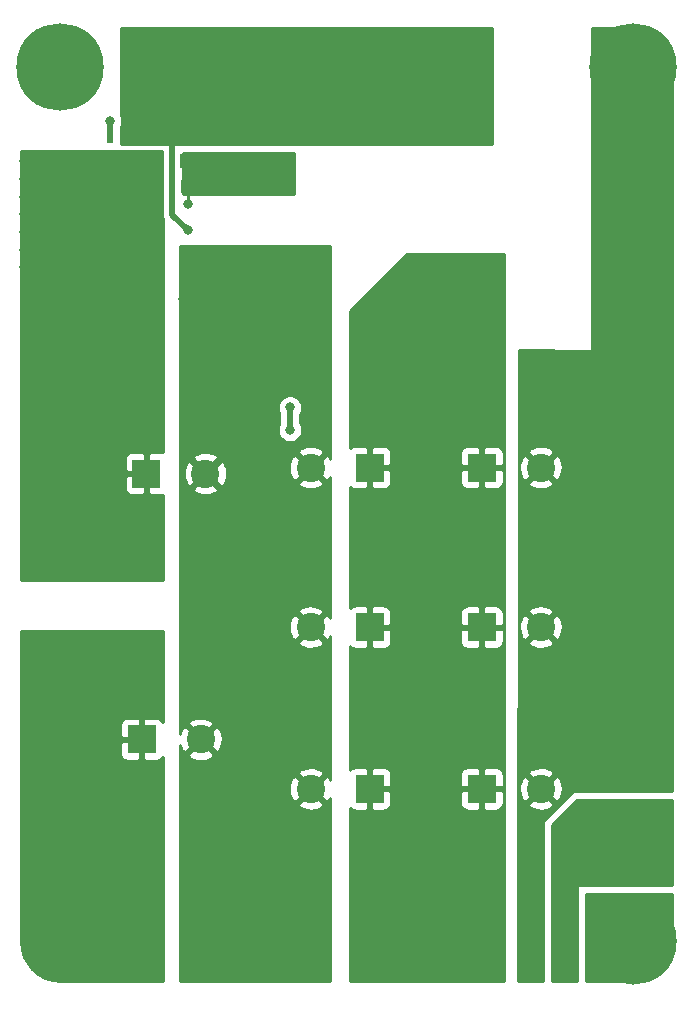
<source format=gbr>
G04 #@! TF.GenerationSoftware,KiCad,Pcbnew,(5.1.2)-2*
G04 #@! TF.CreationDate,2019-10-04T19:12:57-04:00*
G04 #@! TF.ProjectId,High_Current_Buck,48696768-5f43-4757-9272-656e745f4275,rev?*
G04 #@! TF.SameCoordinates,Original*
G04 #@! TF.FileFunction,Copper,L1,Top*
G04 #@! TF.FilePolarity,Positive*
%FSLAX46Y46*%
G04 Gerber Fmt 4.6, Leading zero omitted, Abs format (unit mm)*
G04 Created by KiCad (PCBNEW (5.1.2)-2) date 2019-10-04 19:12:57*
%MOMM*%
%LPD*%
G04 APERTURE LIST*
%ADD10C,0.600000*%
%ADD11R,5.000000X3.400000*%
%ADD12C,0.100000*%
%ADD13C,1.350000*%
%ADD14R,0.600000X0.610000*%
%ADD15R,4.000000X3.810000*%
%ADD16R,5.000000X0.510000*%
%ADD17R,0.610000X1.270000*%
%ADD18R,7.000000X7.000000*%
%ADD19R,5.334000X2.413000*%
%ADD20C,7.400000*%
%ADD21R,1.400000X1.270000*%
%ADD22R,4.800000X4.720000*%
%ADD23C,2.400000*%
%ADD24R,2.400000X2.400000*%
%ADD25C,1.250000*%
%ADD26C,0.800000*%
%ADD27C,1.000000*%
%ADD28C,0.500000*%
%ADD29C,0.250000*%
%ADD30C,0.254000*%
G04 APERTURE END LIST*
D10*
X70400000Y-63600000D03*
X70400000Y-62500000D03*
X70400000Y-61400000D03*
X69300000Y-63600000D03*
X69300000Y-62500000D03*
X69300000Y-61400000D03*
X68200000Y-63600000D03*
X68200000Y-62500000D03*
X68200000Y-61400000D03*
X67100000Y-63600000D03*
X67100000Y-62500000D03*
X67100000Y-61400000D03*
X66000000Y-61400000D03*
X66000000Y-62500000D03*
X66000000Y-63600000D03*
D11*
X68200000Y-62500000D03*
D12*
G36*
X96549505Y-113026204D02*
G01*
X96573773Y-113029804D01*
X96597572Y-113035765D01*
X96620671Y-113044030D01*
X96642850Y-113054520D01*
X96663893Y-113067132D01*
X96683599Y-113081747D01*
X96701777Y-113098223D01*
X96718253Y-113116401D01*
X96732868Y-113136107D01*
X96745480Y-113157150D01*
X96755970Y-113179329D01*
X96764235Y-113202428D01*
X96770196Y-113226227D01*
X96773796Y-113250495D01*
X96775000Y-113274999D01*
X96775000Y-116125001D01*
X96773796Y-116149505D01*
X96770196Y-116173773D01*
X96764235Y-116197572D01*
X96755970Y-116220671D01*
X96745480Y-116242850D01*
X96732868Y-116263893D01*
X96718253Y-116283599D01*
X96701777Y-116301777D01*
X96683599Y-116318253D01*
X96663893Y-116332868D01*
X96642850Y-116345480D01*
X96620671Y-116355970D01*
X96597572Y-116364235D01*
X96573773Y-116370196D01*
X96549505Y-116373796D01*
X96525001Y-116375000D01*
X95674999Y-116375000D01*
X95650495Y-116373796D01*
X95626227Y-116370196D01*
X95602428Y-116364235D01*
X95579329Y-116355970D01*
X95557150Y-116345480D01*
X95536107Y-116332868D01*
X95516401Y-116318253D01*
X95498223Y-116301777D01*
X95481747Y-116283599D01*
X95467132Y-116263893D01*
X95454520Y-116242850D01*
X95444030Y-116220671D01*
X95435765Y-116197572D01*
X95429804Y-116173773D01*
X95426204Y-116149505D01*
X95425000Y-116125001D01*
X95425000Y-113274999D01*
X95426204Y-113250495D01*
X95429804Y-113226227D01*
X95435765Y-113202428D01*
X95444030Y-113179329D01*
X95454520Y-113157150D01*
X95467132Y-113136107D01*
X95481747Y-113116401D01*
X95498223Y-113098223D01*
X95516401Y-113081747D01*
X95536107Y-113067132D01*
X95557150Y-113054520D01*
X95579329Y-113044030D01*
X95602428Y-113035765D01*
X95626227Y-113029804D01*
X95650495Y-113026204D01*
X95674999Y-113025000D01*
X96525001Y-113025000D01*
X96549505Y-113026204D01*
X96549505Y-113026204D01*
G37*
D13*
X96100000Y-114700000D03*
D12*
G36*
X90749505Y-113026204D02*
G01*
X90773773Y-113029804D01*
X90797572Y-113035765D01*
X90820671Y-113044030D01*
X90842850Y-113054520D01*
X90863893Y-113067132D01*
X90883599Y-113081747D01*
X90901777Y-113098223D01*
X90918253Y-113116401D01*
X90932868Y-113136107D01*
X90945480Y-113157150D01*
X90955970Y-113179329D01*
X90964235Y-113202428D01*
X90970196Y-113226227D01*
X90973796Y-113250495D01*
X90975000Y-113274999D01*
X90975000Y-116125001D01*
X90973796Y-116149505D01*
X90970196Y-116173773D01*
X90964235Y-116197572D01*
X90955970Y-116220671D01*
X90945480Y-116242850D01*
X90932868Y-116263893D01*
X90918253Y-116283599D01*
X90901777Y-116301777D01*
X90883599Y-116318253D01*
X90863893Y-116332868D01*
X90842850Y-116345480D01*
X90820671Y-116355970D01*
X90797572Y-116364235D01*
X90773773Y-116370196D01*
X90749505Y-116373796D01*
X90725001Y-116375000D01*
X89874999Y-116375000D01*
X89850495Y-116373796D01*
X89826227Y-116370196D01*
X89802428Y-116364235D01*
X89779329Y-116355970D01*
X89757150Y-116345480D01*
X89736107Y-116332868D01*
X89716401Y-116318253D01*
X89698223Y-116301777D01*
X89681747Y-116283599D01*
X89667132Y-116263893D01*
X89654520Y-116242850D01*
X89644030Y-116220671D01*
X89635765Y-116197572D01*
X89629804Y-116173773D01*
X89626204Y-116149505D01*
X89625000Y-116125001D01*
X89625000Y-113274999D01*
X89626204Y-113250495D01*
X89629804Y-113226227D01*
X89635765Y-113202428D01*
X89644030Y-113179329D01*
X89654520Y-113157150D01*
X89667132Y-113136107D01*
X89681747Y-113116401D01*
X89698223Y-113098223D01*
X89716401Y-113081747D01*
X89736107Y-113067132D01*
X89757150Y-113054520D01*
X89779329Y-113044030D01*
X89802428Y-113035765D01*
X89826227Y-113029804D01*
X89850495Y-113026204D01*
X89874999Y-113025000D01*
X90725001Y-113025000D01*
X90749505Y-113026204D01*
X90749505Y-113026204D01*
G37*
D13*
X90300000Y-114700000D03*
D12*
G36*
X96549505Y-117026204D02*
G01*
X96573773Y-117029804D01*
X96597572Y-117035765D01*
X96620671Y-117044030D01*
X96642850Y-117054520D01*
X96663893Y-117067132D01*
X96683599Y-117081747D01*
X96701777Y-117098223D01*
X96718253Y-117116401D01*
X96732868Y-117136107D01*
X96745480Y-117157150D01*
X96755970Y-117179329D01*
X96764235Y-117202428D01*
X96770196Y-117226227D01*
X96773796Y-117250495D01*
X96775000Y-117274999D01*
X96775000Y-120125001D01*
X96773796Y-120149505D01*
X96770196Y-120173773D01*
X96764235Y-120197572D01*
X96755970Y-120220671D01*
X96745480Y-120242850D01*
X96732868Y-120263893D01*
X96718253Y-120283599D01*
X96701777Y-120301777D01*
X96683599Y-120318253D01*
X96663893Y-120332868D01*
X96642850Y-120345480D01*
X96620671Y-120355970D01*
X96597572Y-120364235D01*
X96573773Y-120370196D01*
X96549505Y-120373796D01*
X96525001Y-120375000D01*
X95674999Y-120375000D01*
X95650495Y-120373796D01*
X95626227Y-120370196D01*
X95602428Y-120364235D01*
X95579329Y-120355970D01*
X95557150Y-120345480D01*
X95536107Y-120332868D01*
X95516401Y-120318253D01*
X95498223Y-120301777D01*
X95481747Y-120283599D01*
X95467132Y-120263893D01*
X95454520Y-120242850D01*
X95444030Y-120220671D01*
X95435765Y-120197572D01*
X95429804Y-120173773D01*
X95426204Y-120149505D01*
X95425000Y-120125001D01*
X95425000Y-117274999D01*
X95426204Y-117250495D01*
X95429804Y-117226227D01*
X95435765Y-117202428D01*
X95444030Y-117179329D01*
X95454520Y-117157150D01*
X95467132Y-117136107D01*
X95481747Y-117116401D01*
X95498223Y-117098223D01*
X95516401Y-117081747D01*
X95536107Y-117067132D01*
X95557150Y-117054520D01*
X95579329Y-117044030D01*
X95602428Y-117035765D01*
X95626227Y-117029804D01*
X95650495Y-117026204D01*
X95674999Y-117025000D01*
X96525001Y-117025000D01*
X96549505Y-117026204D01*
X96549505Y-117026204D01*
G37*
D13*
X96100000Y-118700000D03*
D12*
G36*
X90749505Y-117026204D02*
G01*
X90773773Y-117029804D01*
X90797572Y-117035765D01*
X90820671Y-117044030D01*
X90842850Y-117054520D01*
X90863893Y-117067132D01*
X90883599Y-117081747D01*
X90901777Y-117098223D01*
X90918253Y-117116401D01*
X90932868Y-117136107D01*
X90945480Y-117157150D01*
X90955970Y-117179329D01*
X90964235Y-117202428D01*
X90970196Y-117226227D01*
X90973796Y-117250495D01*
X90975000Y-117274999D01*
X90975000Y-120125001D01*
X90973796Y-120149505D01*
X90970196Y-120173773D01*
X90964235Y-120197572D01*
X90955970Y-120220671D01*
X90945480Y-120242850D01*
X90932868Y-120263893D01*
X90918253Y-120283599D01*
X90901777Y-120301777D01*
X90883599Y-120318253D01*
X90863893Y-120332868D01*
X90842850Y-120345480D01*
X90820671Y-120355970D01*
X90797572Y-120364235D01*
X90773773Y-120370196D01*
X90749505Y-120373796D01*
X90725001Y-120375000D01*
X89874999Y-120375000D01*
X89850495Y-120373796D01*
X89826227Y-120370196D01*
X89802428Y-120364235D01*
X89779329Y-120355970D01*
X89757150Y-120345480D01*
X89736107Y-120332868D01*
X89716401Y-120318253D01*
X89698223Y-120301777D01*
X89681747Y-120283599D01*
X89667132Y-120263893D01*
X89654520Y-120242850D01*
X89644030Y-120220671D01*
X89635765Y-120197572D01*
X89629804Y-120173773D01*
X89626204Y-120149505D01*
X89625000Y-120125001D01*
X89625000Y-117274999D01*
X89626204Y-117250495D01*
X89629804Y-117226227D01*
X89635765Y-117202428D01*
X89644030Y-117179329D01*
X89654520Y-117157150D01*
X89667132Y-117136107D01*
X89681747Y-117116401D01*
X89698223Y-117098223D01*
X89716401Y-117081747D01*
X89736107Y-117067132D01*
X89757150Y-117054520D01*
X89779329Y-117044030D01*
X89802428Y-117035765D01*
X89826227Y-117029804D01*
X89850495Y-117026204D01*
X89874999Y-117025000D01*
X90725001Y-117025000D01*
X90749505Y-117026204D01*
X90749505Y-117026204D01*
G37*
D13*
X90300000Y-118700000D03*
D12*
G36*
X72549505Y-58226204D02*
G01*
X72573773Y-58229804D01*
X72597572Y-58235765D01*
X72620671Y-58244030D01*
X72642850Y-58254520D01*
X72663893Y-58267132D01*
X72683599Y-58281747D01*
X72701777Y-58298223D01*
X72718253Y-58316401D01*
X72732868Y-58336107D01*
X72745480Y-58357150D01*
X72755970Y-58379329D01*
X72764235Y-58402428D01*
X72770196Y-58426227D01*
X72773796Y-58450495D01*
X72775000Y-58474999D01*
X72775000Y-59325001D01*
X72773796Y-59349505D01*
X72770196Y-59373773D01*
X72764235Y-59397572D01*
X72755970Y-59420671D01*
X72745480Y-59442850D01*
X72732868Y-59463893D01*
X72718253Y-59483599D01*
X72701777Y-59501777D01*
X72683599Y-59518253D01*
X72663893Y-59532868D01*
X72642850Y-59545480D01*
X72620671Y-59555970D01*
X72597572Y-59564235D01*
X72573773Y-59570196D01*
X72549505Y-59573796D01*
X72525001Y-59575000D01*
X69674999Y-59575000D01*
X69650495Y-59573796D01*
X69626227Y-59570196D01*
X69602428Y-59564235D01*
X69579329Y-59555970D01*
X69557150Y-59545480D01*
X69536107Y-59532868D01*
X69516401Y-59518253D01*
X69498223Y-59501777D01*
X69481747Y-59483599D01*
X69467132Y-59463893D01*
X69454520Y-59442850D01*
X69444030Y-59420671D01*
X69435765Y-59397572D01*
X69429804Y-59373773D01*
X69426204Y-59349505D01*
X69425000Y-59325001D01*
X69425000Y-58474999D01*
X69426204Y-58450495D01*
X69429804Y-58426227D01*
X69435765Y-58402428D01*
X69444030Y-58379329D01*
X69454520Y-58357150D01*
X69467132Y-58336107D01*
X69481747Y-58316401D01*
X69498223Y-58298223D01*
X69516401Y-58281747D01*
X69536107Y-58267132D01*
X69557150Y-58254520D01*
X69579329Y-58244030D01*
X69602428Y-58235765D01*
X69626227Y-58229804D01*
X69650495Y-58226204D01*
X69674999Y-58225000D01*
X72525001Y-58225000D01*
X72549505Y-58226204D01*
X72549505Y-58226204D01*
G37*
D13*
X71100000Y-58900000D03*
D12*
G36*
X72549505Y-52426204D02*
G01*
X72573773Y-52429804D01*
X72597572Y-52435765D01*
X72620671Y-52444030D01*
X72642850Y-52454520D01*
X72663893Y-52467132D01*
X72683599Y-52481747D01*
X72701777Y-52498223D01*
X72718253Y-52516401D01*
X72732868Y-52536107D01*
X72745480Y-52557150D01*
X72755970Y-52579329D01*
X72764235Y-52602428D01*
X72770196Y-52626227D01*
X72773796Y-52650495D01*
X72775000Y-52674999D01*
X72775000Y-53525001D01*
X72773796Y-53549505D01*
X72770196Y-53573773D01*
X72764235Y-53597572D01*
X72755970Y-53620671D01*
X72745480Y-53642850D01*
X72732868Y-53663893D01*
X72718253Y-53683599D01*
X72701777Y-53701777D01*
X72683599Y-53718253D01*
X72663893Y-53732868D01*
X72642850Y-53745480D01*
X72620671Y-53755970D01*
X72597572Y-53764235D01*
X72573773Y-53770196D01*
X72549505Y-53773796D01*
X72525001Y-53775000D01*
X69674999Y-53775000D01*
X69650495Y-53773796D01*
X69626227Y-53770196D01*
X69602428Y-53764235D01*
X69579329Y-53755970D01*
X69557150Y-53745480D01*
X69536107Y-53732868D01*
X69516401Y-53718253D01*
X69498223Y-53701777D01*
X69481747Y-53683599D01*
X69467132Y-53663893D01*
X69454520Y-53642850D01*
X69444030Y-53620671D01*
X69435765Y-53597572D01*
X69429804Y-53573773D01*
X69426204Y-53549505D01*
X69425000Y-53525001D01*
X69425000Y-52674999D01*
X69426204Y-52650495D01*
X69429804Y-52626227D01*
X69435765Y-52602428D01*
X69444030Y-52579329D01*
X69454520Y-52557150D01*
X69467132Y-52536107D01*
X69481747Y-52516401D01*
X69498223Y-52498223D01*
X69516401Y-52481747D01*
X69536107Y-52467132D01*
X69557150Y-52454520D01*
X69579329Y-52444030D01*
X69602428Y-52435765D01*
X69626227Y-52429804D01*
X69650495Y-52426204D01*
X69674999Y-52425000D01*
X72525001Y-52425000D01*
X72549505Y-52426204D01*
X72549505Y-52426204D01*
G37*
D13*
X71100000Y-53100000D03*
D12*
G36*
X66849505Y-58226204D02*
G01*
X66873773Y-58229804D01*
X66897572Y-58235765D01*
X66920671Y-58244030D01*
X66942850Y-58254520D01*
X66963893Y-58267132D01*
X66983599Y-58281747D01*
X67001777Y-58298223D01*
X67018253Y-58316401D01*
X67032868Y-58336107D01*
X67045480Y-58357150D01*
X67055970Y-58379329D01*
X67064235Y-58402428D01*
X67070196Y-58426227D01*
X67073796Y-58450495D01*
X67075000Y-58474999D01*
X67075000Y-59325001D01*
X67073796Y-59349505D01*
X67070196Y-59373773D01*
X67064235Y-59397572D01*
X67055970Y-59420671D01*
X67045480Y-59442850D01*
X67032868Y-59463893D01*
X67018253Y-59483599D01*
X67001777Y-59501777D01*
X66983599Y-59518253D01*
X66963893Y-59532868D01*
X66942850Y-59545480D01*
X66920671Y-59555970D01*
X66897572Y-59564235D01*
X66873773Y-59570196D01*
X66849505Y-59573796D01*
X66825001Y-59575000D01*
X63974999Y-59575000D01*
X63950495Y-59573796D01*
X63926227Y-59570196D01*
X63902428Y-59564235D01*
X63879329Y-59555970D01*
X63857150Y-59545480D01*
X63836107Y-59532868D01*
X63816401Y-59518253D01*
X63798223Y-59501777D01*
X63781747Y-59483599D01*
X63767132Y-59463893D01*
X63754520Y-59442850D01*
X63744030Y-59420671D01*
X63735765Y-59397572D01*
X63729804Y-59373773D01*
X63726204Y-59349505D01*
X63725000Y-59325001D01*
X63725000Y-58474999D01*
X63726204Y-58450495D01*
X63729804Y-58426227D01*
X63735765Y-58402428D01*
X63744030Y-58379329D01*
X63754520Y-58357150D01*
X63767132Y-58336107D01*
X63781747Y-58316401D01*
X63798223Y-58298223D01*
X63816401Y-58281747D01*
X63836107Y-58267132D01*
X63857150Y-58254520D01*
X63879329Y-58244030D01*
X63902428Y-58235765D01*
X63926227Y-58229804D01*
X63950495Y-58226204D01*
X63974999Y-58225000D01*
X66825001Y-58225000D01*
X66849505Y-58226204D01*
X66849505Y-58226204D01*
G37*
D13*
X65400000Y-58900000D03*
D12*
G36*
X66849505Y-52426204D02*
G01*
X66873773Y-52429804D01*
X66897572Y-52435765D01*
X66920671Y-52444030D01*
X66942850Y-52454520D01*
X66963893Y-52467132D01*
X66983599Y-52481747D01*
X67001777Y-52498223D01*
X67018253Y-52516401D01*
X67032868Y-52536107D01*
X67045480Y-52557150D01*
X67055970Y-52579329D01*
X67064235Y-52602428D01*
X67070196Y-52626227D01*
X67073796Y-52650495D01*
X67075000Y-52674999D01*
X67075000Y-53525001D01*
X67073796Y-53549505D01*
X67070196Y-53573773D01*
X67064235Y-53597572D01*
X67055970Y-53620671D01*
X67045480Y-53642850D01*
X67032868Y-53663893D01*
X67018253Y-53683599D01*
X67001777Y-53701777D01*
X66983599Y-53718253D01*
X66963893Y-53732868D01*
X66942850Y-53745480D01*
X66920671Y-53755970D01*
X66897572Y-53764235D01*
X66873773Y-53770196D01*
X66849505Y-53773796D01*
X66825001Y-53775000D01*
X63974999Y-53775000D01*
X63950495Y-53773796D01*
X63926227Y-53770196D01*
X63902428Y-53764235D01*
X63879329Y-53755970D01*
X63857150Y-53745480D01*
X63836107Y-53732868D01*
X63816401Y-53718253D01*
X63798223Y-53701777D01*
X63781747Y-53683599D01*
X63767132Y-53663893D01*
X63754520Y-53642850D01*
X63744030Y-53620671D01*
X63735765Y-53597572D01*
X63729804Y-53573773D01*
X63726204Y-53549505D01*
X63725000Y-53525001D01*
X63725000Y-52674999D01*
X63726204Y-52650495D01*
X63729804Y-52626227D01*
X63735765Y-52602428D01*
X63744030Y-52579329D01*
X63754520Y-52557150D01*
X63767132Y-52536107D01*
X63781747Y-52516401D01*
X63798223Y-52498223D01*
X63816401Y-52481747D01*
X63836107Y-52467132D01*
X63857150Y-52454520D01*
X63879329Y-52444030D01*
X63902428Y-52435765D01*
X63926227Y-52429804D01*
X63950495Y-52426204D01*
X63974999Y-52425000D01*
X66825001Y-52425000D01*
X66849505Y-52426204D01*
X66849505Y-52426204D01*
G37*
D13*
X65400000Y-53100000D03*
D14*
X57355000Y-51615000D03*
X61855000Y-51515000D03*
D15*
X59605000Y-52205000D03*
D16*
X59605000Y-54365000D03*
D17*
X57700000Y-48800000D03*
X58970000Y-48800000D03*
X60240000Y-48800000D03*
X61510000Y-48800000D03*
D18*
X86500000Y-62400000D03*
X86500000Y-45900000D03*
D19*
X56000000Y-84700000D03*
X56000000Y-91940000D03*
D20*
X102000000Y-43000000D03*
X102000000Y-117000000D03*
X53500000Y-43000000D03*
D21*
X70060000Y-50905000D03*
D22*
X71100000Y-47100000D03*
D21*
X72140000Y-50905000D03*
X64360000Y-50905000D03*
D22*
X65400000Y-47100000D03*
D21*
X66440000Y-50905000D03*
D23*
X94200000Y-104100000D03*
D24*
X89200000Y-104100000D03*
D23*
X74700000Y-104100000D03*
D24*
X79700000Y-104100000D03*
D23*
X94200000Y-90400000D03*
D24*
X89200000Y-90400000D03*
D23*
X74700000Y-90400000D03*
D24*
X79700000Y-90400000D03*
D23*
X94200000Y-76900000D03*
D24*
X89200000Y-76900000D03*
D23*
X74700000Y-76900000D03*
D24*
X79700000Y-76900000D03*
D12*
G36*
X93399504Y-67126204D02*
G01*
X93423773Y-67129804D01*
X93447571Y-67135765D01*
X93470671Y-67144030D01*
X93492849Y-67154520D01*
X93513893Y-67167133D01*
X93533598Y-67181747D01*
X93551777Y-67198223D01*
X93568253Y-67216402D01*
X93582867Y-67236107D01*
X93595480Y-67257151D01*
X93605970Y-67279329D01*
X93614235Y-67302429D01*
X93620196Y-67326227D01*
X93623796Y-67350496D01*
X93625000Y-67375000D01*
X93625000Y-68625000D01*
X93623796Y-68649504D01*
X93620196Y-68673773D01*
X93614235Y-68697571D01*
X93605970Y-68720671D01*
X93595480Y-68742849D01*
X93582867Y-68763893D01*
X93568253Y-68783598D01*
X93551777Y-68801777D01*
X93533598Y-68818253D01*
X93513893Y-68832867D01*
X93492849Y-68845480D01*
X93470671Y-68855970D01*
X93447571Y-68864235D01*
X93423773Y-68870196D01*
X93399504Y-68873796D01*
X93375000Y-68875000D01*
X92625000Y-68875000D01*
X92600496Y-68873796D01*
X92576227Y-68870196D01*
X92552429Y-68864235D01*
X92529329Y-68855970D01*
X92507151Y-68845480D01*
X92486107Y-68832867D01*
X92466402Y-68818253D01*
X92448223Y-68801777D01*
X92431747Y-68783598D01*
X92417133Y-68763893D01*
X92404520Y-68742849D01*
X92394030Y-68720671D01*
X92385765Y-68697571D01*
X92379804Y-68673773D01*
X92376204Y-68649504D01*
X92375000Y-68625000D01*
X92375000Y-67375000D01*
X92376204Y-67350496D01*
X92379804Y-67326227D01*
X92385765Y-67302429D01*
X92394030Y-67279329D01*
X92404520Y-67257151D01*
X92417133Y-67236107D01*
X92431747Y-67216402D01*
X92448223Y-67198223D01*
X92466402Y-67181747D01*
X92486107Y-67167133D01*
X92507151Y-67154520D01*
X92529329Y-67144030D01*
X92552429Y-67135765D01*
X92576227Y-67129804D01*
X92600496Y-67126204D01*
X92625000Y-67125000D01*
X93375000Y-67125000D01*
X93399504Y-67126204D01*
X93399504Y-67126204D01*
G37*
D25*
X93000000Y-68000000D03*
D12*
G36*
X90599504Y-67126204D02*
G01*
X90623773Y-67129804D01*
X90647571Y-67135765D01*
X90670671Y-67144030D01*
X90692849Y-67154520D01*
X90713893Y-67167133D01*
X90733598Y-67181747D01*
X90751777Y-67198223D01*
X90768253Y-67216402D01*
X90782867Y-67236107D01*
X90795480Y-67257151D01*
X90805970Y-67279329D01*
X90814235Y-67302429D01*
X90820196Y-67326227D01*
X90823796Y-67350496D01*
X90825000Y-67375000D01*
X90825000Y-68625000D01*
X90823796Y-68649504D01*
X90820196Y-68673773D01*
X90814235Y-68697571D01*
X90805970Y-68720671D01*
X90795480Y-68742849D01*
X90782867Y-68763893D01*
X90768253Y-68783598D01*
X90751777Y-68801777D01*
X90733598Y-68818253D01*
X90713893Y-68832867D01*
X90692849Y-68845480D01*
X90670671Y-68855970D01*
X90647571Y-68864235D01*
X90623773Y-68870196D01*
X90599504Y-68873796D01*
X90575000Y-68875000D01*
X89825000Y-68875000D01*
X89800496Y-68873796D01*
X89776227Y-68870196D01*
X89752429Y-68864235D01*
X89729329Y-68855970D01*
X89707151Y-68845480D01*
X89686107Y-68832867D01*
X89666402Y-68818253D01*
X89648223Y-68801777D01*
X89631747Y-68783598D01*
X89617133Y-68763893D01*
X89604520Y-68742849D01*
X89594030Y-68720671D01*
X89585765Y-68697571D01*
X89579804Y-68673773D01*
X89576204Y-68649504D01*
X89575000Y-68625000D01*
X89575000Y-67375000D01*
X89576204Y-67350496D01*
X89579804Y-67326227D01*
X89585765Y-67302429D01*
X89594030Y-67279329D01*
X89604520Y-67257151D01*
X89617133Y-67236107D01*
X89631747Y-67216402D01*
X89648223Y-67198223D01*
X89666402Y-67181747D01*
X89686107Y-67167133D01*
X89707151Y-67154520D01*
X89729329Y-67144030D01*
X89752429Y-67135765D01*
X89776227Y-67129804D01*
X89800496Y-67126204D01*
X89825000Y-67125000D01*
X90575000Y-67125000D01*
X90599504Y-67126204D01*
X90599504Y-67126204D01*
G37*
D25*
X90200000Y-68000000D03*
D12*
G36*
X76199504Y-67126204D02*
G01*
X76223773Y-67129804D01*
X76247571Y-67135765D01*
X76270671Y-67144030D01*
X76292849Y-67154520D01*
X76313893Y-67167133D01*
X76333598Y-67181747D01*
X76351777Y-67198223D01*
X76368253Y-67216402D01*
X76382867Y-67236107D01*
X76395480Y-67257151D01*
X76405970Y-67279329D01*
X76414235Y-67302429D01*
X76420196Y-67326227D01*
X76423796Y-67350496D01*
X76425000Y-67375000D01*
X76425000Y-68625000D01*
X76423796Y-68649504D01*
X76420196Y-68673773D01*
X76414235Y-68697571D01*
X76405970Y-68720671D01*
X76395480Y-68742849D01*
X76382867Y-68763893D01*
X76368253Y-68783598D01*
X76351777Y-68801777D01*
X76333598Y-68818253D01*
X76313893Y-68832867D01*
X76292849Y-68845480D01*
X76270671Y-68855970D01*
X76247571Y-68864235D01*
X76223773Y-68870196D01*
X76199504Y-68873796D01*
X76175000Y-68875000D01*
X75425000Y-68875000D01*
X75400496Y-68873796D01*
X75376227Y-68870196D01*
X75352429Y-68864235D01*
X75329329Y-68855970D01*
X75307151Y-68845480D01*
X75286107Y-68832867D01*
X75266402Y-68818253D01*
X75248223Y-68801777D01*
X75231747Y-68783598D01*
X75217133Y-68763893D01*
X75204520Y-68742849D01*
X75194030Y-68720671D01*
X75185765Y-68697571D01*
X75179804Y-68673773D01*
X75176204Y-68649504D01*
X75175000Y-68625000D01*
X75175000Y-67375000D01*
X75176204Y-67350496D01*
X75179804Y-67326227D01*
X75185765Y-67302429D01*
X75194030Y-67279329D01*
X75204520Y-67257151D01*
X75217133Y-67236107D01*
X75231747Y-67216402D01*
X75248223Y-67198223D01*
X75266402Y-67181747D01*
X75286107Y-67167133D01*
X75307151Y-67154520D01*
X75329329Y-67144030D01*
X75352429Y-67135765D01*
X75376227Y-67129804D01*
X75400496Y-67126204D01*
X75425000Y-67125000D01*
X76175000Y-67125000D01*
X76199504Y-67126204D01*
X76199504Y-67126204D01*
G37*
D25*
X75800000Y-68000000D03*
D12*
G36*
X78999504Y-67126204D02*
G01*
X79023773Y-67129804D01*
X79047571Y-67135765D01*
X79070671Y-67144030D01*
X79092849Y-67154520D01*
X79113893Y-67167133D01*
X79133598Y-67181747D01*
X79151777Y-67198223D01*
X79168253Y-67216402D01*
X79182867Y-67236107D01*
X79195480Y-67257151D01*
X79205970Y-67279329D01*
X79214235Y-67302429D01*
X79220196Y-67326227D01*
X79223796Y-67350496D01*
X79225000Y-67375000D01*
X79225000Y-68625000D01*
X79223796Y-68649504D01*
X79220196Y-68673773D01*
X79214235Y-68697571D01*
X79205970Y-68720671D01*
X79195480Y-68742849D01*
X79182867Y-68763893D01*
X79168253Y-68783598D01*
X79151777Y-68801777D01*
X79133598Y-68818253D01*
X79113893Y-68832867D01*
X79092849Y-68845480D01*
X79070671Y-68855970D01*
X79047571Y-68864235D01*
X79023773Y-68870196D01*
X78999504Y-68873796D01*
X78975000Y-68875000D01*
X78225000Y-68875000D01*
X78200496Y-68873796D01*
X78176227Y-68870196D01*
X78152429Y-68864235D01*
X78129329Y-68855970D01*
X78107151Y-68845480D01*
X78086107Y-68832867D01*
X78066402Y-68818253D01*
X78048223Y-68801777D01*
X78031747Y-68783598D01*
X78017133Y-68763893D01*
X78004520Y-68742849D01*
X77994030Y-68720671D01*
X77985765Y-68697571D01*
X77979804Y-68673773D01*
X77976204Y-68649504D01*
X77975000Y-68625000D01*
X77975000Y-67375000D01*
X77976204Y-67350496D01*
X77979804Y-67326227D01*
X77985765Y-67302429D01*
X77994030Y-67279329D01*
X78004520Y-67257151D01*
X78017133Y-67236107D01*
X78031747Y-67216402D01*
X78048223Y-67198223D01*
X78066402Y-67181747D01*
X78086107Y-67167133D01*
X78107151Y-67154520D01*
X78129329Y-67144030D01*
X78152429Y-67135765D01*
X78176227Y-67129804D01*
X78200496Y-67126204D01*
X78225000Y-67125000D01*
X78975000Y-67125000D01*
X78999504Y-67126204D01*
X78999504Y-67126204D01*
G37*
D25*
X78600000Y-68000000D03*
D12*
G36*
X64799504Y-61326204D02*
G01*
X64823773Y-61329804D01*
X64847571Y-61335765D01*
X64870671Y-61344030D01*
X64892849Y-61354520D01*
X64913893Y-61367133D01*
X64933598Y-61381747D01*
X64951777Y-61398223D01*
X64968253Y-61416402D01*
X64982867Y-61436107D01*
X64995480Y-61457151D01*
X65005970Y-61479329D01*
X65014235Y-61502429D01*
X65020196Y-61526227D01*
X65023796Y-61550496D01*
X65025000Y-61575000D01*
X65025000Y-62825000D01*
X65023796Y-62849504D01*
X65020196Y-62873773D01*
X65014235Y-62897571D01*
X65005970Y-62920671D01*
X64995480Y-62942849D01*
X64982867Y-62963893D01*
X64968253Y-62983598D01*
X64951777Y-63001777D01*
X64933598Y-63018253D01*
X64913893Y-63032867D01*
X64892849Y-63045480D01*
X64870671Y-63055970D01*
X64847571Y-63064235D01*
X64823773Y-63070196D01*
X64799504Y-63073796D01*
X64775000Y-63075000D01*
X64025000Y-63075000D01*
X64000496Y-63073796D01*
X63976227Y-63070196D01*
X63952429Y-63064235D01*
X63929329Y-63055970D01*
X63907151Y-63045480D01*
X63886107Y-63032867D01*
X63866402Y-63018253D01*
X63848223Y-63001777D01*
X63831747Y-62983598D01*
X63817133Y-62963893D01*
X63804520Y-62942849D01*
X63794030Y-62920671D01*
X63785765Y-62897571D01*
X63779804Y-62873773D01*
X63776204Y-62849504D01*
X63775000Y-62825000D01*
X63775000Y-61575000D01*
X63776204Y-61550496D01*
X63779804Y-61526227D01*
X63785765Y-61502429D01*
X63794030Y-61479329D01*
X63804520Y-61457151D01*
X63817133Y-61436107D01*
X63831747Y-61416402D01*
X63848223Y-61398223D01*
X63866402Y-61381747D01*
X63886107Y-61367133D01*
X63907151Y-61354520D01*
X63929329Y-61344030D01*
X63952429Y-61335765D01*
X63976227Y-61329804D01*
X64000496Y-61326204D01*
X64025000Y-61325000D01*
X64775000Y-61325000D01*
X64799504Y-61326204D01*
X64799504Y-61326204D01*
G37*
D25*
X64400000Y-62200000D03*
D12*
G36*
X61999504Y-61326204D02*
G01*
X62023773Y-61329804D01*
X62047571Y-61335765D01*
X62070671Y-61344030D01*
X62092849Y-61354520D01*
X62113893Y-61367133D01*
X62133598Y-61381747D01*
X62151777Y-61398223D01*
X62168253Y-61416402D01*
X62182867Y-61436107D01*
X62195480Y-61457151D01*
X62205970Y-61479329D01*
X62214235Y-61502429D01*
X62220196Y-61526227D01*
X62223796Y-61550496D01*
X62225000Y-61575000D01*
X62225000Y-62825000D01*
X62223796Y-62849504D01*
X62220196Y-62873773D01*
X62214235Y-62897571D01*
X62205970Y-62920671D01*
X62195480Y-62942849D01*
X62182867Y-62963893D01*
X62168253Y-62983598D01*
X62151777Y-63001777D01*
X62133598Y-63018253D01*
X62113893Y-63032867D01*
X62092849Y-63045480D01*
X62070671Y-63055970D01*
X62047571Y-63064235D01*
X62023773Y-63070196D01*
X61999504Y-63073796D01*
X61975000Y-63075000D01*
X61225000Y-63075000D01*
X61200496Y-63073796D01*
X61176227Y-63070196D01*
X61152429Y-63064235D01*
X61129329Y-63055970D01*
X61107151Y-63045480D01*
X61086107Y-63032867D01*
X61066402Y-63018253D01*
X61048223Y-63001777D01*
X61031747Y-62983598D01*
X61017133Y-62963893D01*
X61004520Y-62942849D01*
X60994030Y-62920671D01*
X60985765Y-62897571D01*
X60979804Y-62873773D01*
X60976204Y-62849504D01*
X60975000Y-62825000D01*
X60975000Y-61575000D01*
X60976204Y-61550496D01*
X60979804Y-61526227D01*
X60985765Y-61502429D01*
X60994030Y-61479329D01*
X61004520Y-61457151D01*
X61017133Y-61436107D01*
X61031747Y-61416402D01*
X61048223Y-61398223D01*
X61066402Y-61381747D01*
X61086107Y-61367133D01*
X61107151Y-61354520D01*
X61129329Y-61344030D01*
X61152429Y-61335765D01*
X61176227Y-61329804D01*
X61200496Y-61326204D01*
X61225000Y-61325000D01*
X61975000Y-61325000D01*
X61999504Y-61326204D01*
X61999504Y-61326204D01*
G37*
D25*
X61600000Y-62200000D03*
D12*
G36*
X64799504Y-63726204D02*
G01*
X64823773Y-63729804D01*
X64847571Y-63735765D01*
X64870671Y-63744030D01*
X64892849Y-63754520D01*
X64913893Y-63767133D01*
X64933598Y-63781747D01*
X64951777Y-63798223D01*
X64968253Y-63816402D01*
X64982867Y-63836107D01*
X64995480Y-63857151D01*
X65005970Y-63879329D01*
X65014235Y-63902429D01*
X65020196Y-63926227D01*
X65023796Y-63950496D01*
X65025000Y-63975000D01*
X65025000Y-65225000D01*
X65023796Y-65249504D01*
X65020196Y-65273773D01*
X65014235Y-65297571D01*
X65005970Y-65320671D01*
X64995480Y-65342849D01*
X64982867Y-65363893D01*
X64968253Y-65383598D01*
X64951777Y-65401777D01*
X64933598Y-65418253D01*
X64913893Y-65432867D01*
X64892849Y-65445480D01*
X64870671Y-65455970D01*
X64847571Y-65464235D01*
X64823773Y-65470196D01*
X64799504Y-65473796D01*
X64775000Y-65475000D01*
X64025000Y-65475000D01*
X64000496Y-65473796D01*
X63976227Y-65470196D01*
X63952429Y-65464235D01*
X63929329Y-65455970D01*
X63907151Y-65445480D01*
X63886107Y-65432867D01*
X63866402Y-65418253D01*
X63848223Y-65401777D01*
X63831747Y-65383598D01*
X63817133Y-65363893D01*
X63804520Y-65342849D01*
X63794030Y-65320671D01*
X63785765Y-65297571D01*
X63779804Y-65273773D01*
X63776204Y-65249504D01*
X63775000Y-65225000D01*
X63775000Y-63975000D01*
X63776204Y-63950496D01*
X63779804Y-63926227D01*
X63785765Y-63902429D01*
X63794030Y-63879329D01*
X63804520Y-63857151D01*
X63817133Y-63836107D01*
X63831747Y-63816402D01*
X63848223Y-63798223D01*
X63866402Y-63781747D01*
X63886107Y-63767133D01*
X63907151Y-63754520D01*
X63929329Y-63744030D01*
X63952429Y-63735765D01*
X63976227Y-63729804D01*
X64000496Y-63726204D01*
X64025000Y-63725000D01*
X64775000Y-63725000D01*
X64799504Y-63726204D01*
X64799504Y-63726204D01*
G37*
D25*
X64400000Y-64600000D03*
D12*
G36*
X61999504Y-63726204D02*
G01*
X62023773Y-63729804D01*
X62047571Y-63735765D01*
X62070671Y-63744030D01*
X62092849Y-63754520D01*
X62113893Y-63767133D01*
X62133598Y-63781747D01*
X62151777Y-63798223D01*
X62168253Y-63816402D01*
X62182867Y-63836107D01*
X62195480Y-63857151D01*
X62205970Y-63879329D01*
X62214235Y-63902429D01*
X62220196Y-63926227D01*
X62223796Y-63950496D01*
X62225000Y-63975000D01*
X62225000Y-65225000D01*
X62223796Y-65249504D01*
X62220196Y-65273773D01*
X62214235Y-65297571D01*
X62205970Y-65320671D01*
X62195480Y-65342849D01*
X62182867Y-65363893D01*
X62168253Y-65383598D01*
X62151777Y-65401777D01*
X62133598Y-65418253D01*
X62113893Y-65432867D01*
X62092849Y-65445480D01*
X62070671Y-65455970D01*
X62047571Y-65464235D01*
X62023773Y-65470196D01*
X61999504Y-65473796D01*
X61975000Y-65475000D01*
X61225000Y-65475000D01*
X61200496Y-65473796D01*
X61176227Y-65470196D01*
X61152429Y-65464235D01*
X61129329Y-65455970D01*
X61107151Y-65445480D01*
X61086107Y-65432867D01*
X61066402Y-65418253D01*
X61048223Y-65401777D01*
X61031747Y-65383598D01*
X61017133Y-65363893D01*
X61004520Y-65342849D01*
X60994030Y-65320671D01*
X60985765Y-65297571D01*
X60979804Y-65273773D01*
X60976204Y-65249504D01*
X60975000Y-65225000D01*
X60975000Y-63975000D01*
X60976204Y-63950496D01*
X60979804Y-63926227D01*
X60985765Y-63902429D01*
X60994030Y-63879329D01*
X61004520Y-63857151D01*
X61017133Y-63836107D01*
X61031747Y-63816402D01*
X61048223Y-63798223D01*
X61066402Y-63781747D01*
X61086107Y-63767133D01*
X61107151Y-63754520D01*
X61129329Y-63744030D01*
X61152429Y-63735765D01*
X61176227Y-63729804D01*
X61200496Y-63726204D01*
X61225000Y-63725000D01*
X61975000Y-63725000D01*
X61999504Y-63726204D01*
X61999504Y-63726204D01*
G37*
D25*
X61600000Y-64600000D03*
D12*
G36*
X64799504Y-66126204D02*
G01*
X64823773Y-66129804D01*
X64847571Y-66135765D01*
X64870671Y-66144030D01*
X64892849Y-66154520D01*
X64913893Y-66167133D01*
X64933598Y-66181747D01*
X64951777Y-66198223D01*
X64968253Y-66216402D01*
X64982867Y-66236107D01*
X64995480Y-66257151D01*
X65005970Y-66279329D01*
X65014235Y-66302429D01*
X65020196Y-66326227D01*
X65023796Y-66350496D01*
X65025000Y-66375000D01*
X65025000Y-67625000D01*
X65023796Y-67649504D01*
X65020196Y-67673773D01*
X65014235Y-67697571D01*
X65005970Y-67720671D01*
X64995480Y-67742849D01*
X64982867Y-67763893D01*
X64968253Y-67783598D01*
X64951777Y-67801777D01*
X64933598Y-67818253D01*
X64913893Y-67832867D01*
X64892849Y-67845480D01*
X64870671Y-67855970D01*
X64847571Y-67864235D01*
X64823773Y-67870196D01*
X64799504Y-67873796D01*
X64775000Y-67875000D01*
X64025000Y-67875000D01*
X64000496Y-67873796D01*
X63976227Y-67870196D01*
X63952429Y-67864235D01*
X63929329Y-67855970D01*
X63907151Y-67845480D01*
X63886107Y-67832867D01*
X63866402Y-67818253D01*
X63848223Y-67801777D01*
X63831747Y-67783598D01*
X63817133Y-67763893D01*
X63804520Y-67742849D01*
X63794030Y-67720671D01*
X63785765Y-67697571D01*
X63779804Y-67673773D01*
X63776204Y-67649504D01*
X63775000Y-67625000D01*
X63775000Y-66375000D01*
X63776204Y-66350496D01*
X63779804Y-66326227D01*
X63785765Y-66302429D01*
X63794030Y-66279329D01*
X63804520Y-66257151D01*
X63817133Y-66236107D01*
X63831747Y-66216402D01*
X63848223Y-66198223D01*
X63866402Y-66181747D01*
X63886107Y-66167133D01*
X63907151Y-66154520D01*
X63929329Y-66144030D01*
X63952429Y-66135765D01*
X63976227Y-66129804D01*
X64000496Y-66126204D01*
X64025000Y-66125000D01*
X64775000Y-66125000D01*
X64799504Y-66126204D01*
X64799504Y-66126204D01*
G37*
D25*
X64400000Y-67000000D03*
D12*
G36*
X61999504Y-66126204D02*
G01*
X62023773Y-66129804D01*
X62047571Y-66135765D01*
X62070671Y-66144030D01*
X62092849Y-66154520D01*
X62113893Y-66167133D01*
X62133598Y-66181747D01*
X62151777Y-66198223D01*
X62168253Y-66216402D01*
X62182867Y-66236107D01*
X62195480Y-66257151D01*
X62205970Y-66279329D01*
X62214235Y-66302429D01*
X62220196Y-66326227D01*
X62223796Y-66350496D01*
X62225000Y-66375000D01*
X62225000Y-67625000D01*
X62223796Y-67649504D01*
X62220196Y-67673773D01*
X62214235Y-67697571D01*
X62205970Y-67720671D01*
X62195480Y-67742849D01*
X62182867Y-67763893D01*
X62168253Y-67783598D01*
X62151777Y-67801777D01*
X62133598Y-67818253D01*
X62113893Y-67832867D01*
X62092849Y-67845480D01*
X62070671Y-67855970D01*
X62047571Y-67864235D01*
X62023773Y-67870196D01*
X61999504Y-67873796D01*
X61975000Y-67875000D01*
X61225000Y-67875000D01*
X61200496Y-67873796D01*
X61176227Y-67870196D01*
X61152429Y-67864235D01*
X61129329Y-67855970D01*
X61107151Y-67845480D01*
X61086107Y-67832867D01*
X61066402Y-67818253D01*
X61048223Y-67801777D01*
X61031747Y-67783598D01*
X61017133Y-67763893D01*
X61004520Y-67742849D01*
X60994030Y-67720671D01*
X60985765Y-67697571D01*
X60979804Y-67673773D01*
X60976204Y-67649504D01*
X60975000Y-67625000D01*
X60975000Y-66375000D01*
X60976204Y-66350496D01*
X60979804Y-66326227D01*
X60985765Y-66302429D01*
X60994030Y-66279329D01*
X61004520Y-66257151D01*
X61017133Y-66236107D01*
X61031747Y-66216402D01*
X61048223Y-66198223D01*
X61066402Y-66181747D01*
X61086107Y-66167133D01*
X61107151Y-66154520D01*
X61129329Y-66144030D01*
X61152429Y-66135765D01*
X61176227Y-66129804D01*
X61200496Y-66126204D01*
X61225000Y-66125000D01*
X61975000Y-66125000D01*
X61999504Y-66126204D01*
X61999504Y-66126204D01*
G37*
D25*
X61600000Y-67000000D03*
D12*
G36*
X64799504Y-68526204D02*
G01*
X64823773Y-68529804D01*
X64847571Y-68535765D01*
X64870671Y-68544030D01*
X64892849Y-68554520D01*
X64913893Y-68567133D01*
X64933598Y-68581747D01*
X64951777Y-68598223D01*
X64968253Y-68616402D01*
X64982867Y-68636107D01*
X64995480Y-68657151D01*
X65005970Y-68679329D01*
X65014235Y-68702429D01*
X65020196Y-68726227D01*
X65023796Y-68750496D01*
X65025000Y-68775000D01*
X65025000Y-70025000D01*
X65023796Y-70049504D01*
X65020196Y-70073773D01*
X65014235Y-70097571D01*
X65005970Y-70120671D01*
X64995480Y-70142849D01*
X64982867Y-70163893D01*
X64968253Y-70183598D01*
X64951777Y-70201777D01*
X64933598Y-70218253D01*
X64913893Y-70232867D01*
X64892849Y-70245480D01*
X64870671Y-70255970D01*
X64847571Y-70264235D01*
X64823773Y-70270196D01*
X64799504Y-70273796D01*
X64775000Y-70275000D01*
X64025000Y-70275000D01*
X64000496Y-70273796D01*
X63976227Y-70270196D01*
X63952429Y-70264235D01*
X63929329Y-70255970D01*
X63907151Y-70245480D01*
X63886107Y-70232867D01*
X63866402Y-70218253D01*
X63848223Y-70201777D01*
X63831747Y-70183598D01*
X63817133Y-70163893D01*
X63804520Y-70142849D01*
X63794030Y-70120671D01*
X63785765Y-70097571D01*
X63779804Y-70073773D01*
X63776204Y-70049504D01*
X63775000Y-70025000D01*
X63775000Y-68775000D01*
X63776204Y-68750496D01*
X63779804Y-68726227D01*
X63785765Y-68702429D01*
X63794030Y-68679329D01*
X63804520Y-68657151D01*
X63817133Y-68636107D01*
X63831747Y-68616402D01*
X63848223Y-68598223D01*
X63866402Y-68581747D01*
X63886107Y-68567133D01*
X63907151Y-68554520D01*
X63929329Y-68544030D01*
X63952429Y-68535765D01*
X63976227Y-68529804D01*
X64000496Y-68526204D01*
X64025000Y-68525000D01*
X64775000Y-68525000D01*
X64799504Y-68526204D01*
X64799504Y-68526204D01*
G37*
D25*
X64400000Y-69400000D03*
D12*
G36*
X61999504Y-68526204D02*
G01*
X62023773Y-68529804D01*
X62047571Y-68535765D01*
X62070671Y-68544030D01*
X62092849Y-68554520D01*
X62113893Y-68567133D01*
X62133598Y-68581747D01*
X62151777Y-68598223D01*
X62168253Y-68616402D01*
X62182867Y-68636107D01*
X62195480Y-68657151D01*
X62205970Y-68679329D01*
X62214235Y-68702429D01*
X62220196Y-68726227D01*
X62223796Y-68750496D01*
X62225000Y-68775000D01*
X62225000Y-70025000D01*
X62223796Y-70049504D01*
X62220196Y-70073773D01*
X62214235Y-70097571D01*
X62205970Y-70120671D01*
X62195480Y-70142849D01*
X62182867Y-70163893D01*
X62168253Y-70183598D01*
X62151777Y-70201777D01*
X62133598Y-70218253D01*
X62113893Y-70232867D01*
X62092849Y-70245480D01*
X62070671Y-70255970D01*
X62047571Y-70264235D01*
X62023773Y-70270196D01*
X61999504Y-70273796D01*
X61975000Y-70275000D01*
X61225000Y-70275000D01*
X61200496Y-70273796D01*
X61176227Y-70270196D01*
X61152429Y-70264235D01*
X61129329Y-70255970D01*
X61107151Y-70245480D01*
X61086107Y-70232867D01*
X61066402Y-70218253D01*
X61048223Y-70201777D01*
X61031747Y-70183598D01*
X61017133Y-70163893D01*
X61004520Y-70142849D01*
X60994030Y-70120671D01*
X60985765Y-70097571D01*
X60979804Y-70073773D01*
X60976204Y-70049504D01*
X60975000Y-70025000D01*
X60975000Y-68775000D01*
X60976204Y-68750496D01*
X60979804Y-68726227D01*
X60985765Y-68702429D01*
X60994030Y-68679329D01*
X61004520Y-68657151D01*
X61017133Y-68636107D01*
X61031747Y-68616402D01*
X61048223Y-68598223D01*
X61066402Y-68581747D01*
X61086107Y-68567133D01*
X61107151Y-68554520D01*
X61129329Y-68544030D01*
X61152429Y-68535765D01*
X61176227Y-68529804D01*
X61200496Y-68526204D01*
X61225000Y-68525000D01*
X61975000Y-68525000D01*
X61999504Y-68526204D01*
X61999504Y-68526204D01*
G37*
D25*
X61600000Y-69400000D03*
D23*
X65800000Y-77400000D03*
D24*
X60800000Y-77400000D03*
D23*
X65400000Y-99900000D03*
D24*
X60400000Y-99900000D03*
D26*
X53300000Y-82500000D03*
X54600000Y-82500000D03*
X56000000Y-82500000D03*
X58700000Y-82500000D03*
X57400000Y-82500000D03*
X63900000Y-62600000D03*
X74000000Y-115500000D03*
X70000000Y-119000000D03*
X74000000Y-112000000D03*
X66000000Y-112000000D03*
X74000000Y-119000000D03*
X70000000Y-112000000D03*
X70000000Y-115500000D03*
X66000000Y-115500000D03*
X66000000Y-119000000D03*
X64850000Y-72000000D03*
X94350000Y-67500000D03*
X94350000Y-68600000D03*
X74500000Y-63900000D03*
X72200000Y-62450000D03*
X69700000Y-71950000D03*
X65500000Y-67300000D03*
X66450000Y-72000000D03*
X71400000Y-71950000D03*
X95500000Y-68600000D03*
X95500000Y-67500000D03*
X104900000Y-100300000D03*
X104000000Y-100300000D03*
X104000000Y-99400000D03*
X104900000Y-99400000D03*
X104900000Y-98500000D03*
X104000000Y-98500000D03*
X103100000Y-99400000D03*
X103100000Y-100300000D03*
X61000000Y-112000000D03*
X57000000Y-112000000D03*
X53000000Y-112000000D03*
X61000000Y-115500000D03*
X57000000Y-115500000D03*
X53000000Y-115500000D03*
X61000000Y-119000000D03*
X57000000Y-119000000D03*
X53000000Y-119000000D03*
X59000000Y-94500000D03*
X57500000Y-94500000D03*
X56000000Y-94500000D03*
X54500000Y-94500000D03*
X53000000Y-94500000D03*
X50450000Y-59950000D03*
X50450000Y-50950000D03*
X50450000Y-58450000D03*
X50450000Y-53950000D03*
X50450000Y-56950000D03*
X50450000Y-52450000D03*
X50450000Y-55450000D03*
X59500000Y-60000000D03*
X61000000Y-60000000D03*
X58000000Y-60000000D03*
X56500000Y-60000000D03*
X55000000Y-60000000D03*
X52000000Y-60000000D03*
X53500000Y-60000000D03*
X56500000Y-55500000D03*
X52000000Y-55500000D03*
X55000000Y-55500000D03*
X53500000Y-55500000D03*
X55000000Y-57000000D03*
X52000000Y-58500000D03*
X52000000Y-57000000D03*
X53500000Y-58500000D03*
X56500000Y-57000000D03*
X56500000Y-58500000D03*
X53500000Y-57000000D03*
X55000000Y-58500000D03*
X58000000Y-55500000D03*
X61000000Y-55500000D03*
X59500000Y-55500000D03*
X61000000Y-57000000D03*
X58000000Y-58500000D03*
X58000000Y-57000000D03*
X59500000Y-58500000D03*
X59500000Y-57000000D03*
X61000000Y-58500000D03*
X56500000Y-52500000D03*
X52000000Y-52500000D03*
X55000000Y-52500000D03*
X53500000Y-52500000D03*
X56500000Y-54000000D03*
X52000000Y-54000000D03*
X55000000Y-54000000D03*
X53500000Y-54000000D03*
X56500000Y-51000000D03*
X55000000Y-51000000D03*
X53500000Y-51000000D03*
X52000000Y-51000000D03*
X61100000Y-53900000D03*
X59100000Y-53900000D03*
X60100000Y-53900000D03*
X58100000Y-53900000D03*
X61100000Y-52900000D03*
X59100000Y-52900000D03*
X60100000Y-52900000D03*
X58100000Y-52900000D03*
X61100000Y-51900000D03*
X59100000Y-51900000D03*
X60100000Y-51900000D03*
X58100000Y-51900000D03*
X58100000Y-50900000D03*
X59100000Y-50900000D03*
X60100000Y-50900000D03*
X61100000Y-50900000D03*
X72950000Y-73700000D03*
X72950000Y-71799998D03*
X58900000Y-72900000D03*
X87200000Y-115600000D03*
X83200000Y-119100000D03*
X87200000Y-112100000D03*
X79200000Y-112100000D03*
X87200000Y-119100000D03*
X83200000Y-112100000D03*
X83200000Y-115600000D03*
X79200000Y-115600000D03*
X79200000Y-119100000D03*
X82100000Y-68000000D03*
X87200000Y-113200000D03*
X87200000Y-118000000D03*
X89200000Y-97400000D03*
X87200000Y-116800000D03*
X87200000Y-114400000D03*
X77250000Y-40750000D03*
X77250000Y-46750000D03*
X77250000Y-45250000D03*
X77250000Y-48250000D03*
X77250000Y-42250000D03*
X77250000Y-43750000D03*
X75750000Y-45250000D03*
X74250000Y-45250000D03*
X75750000Y-46750000D03*
X74250000Y-48250000D03*
X75750000Y-48250000D03*
X74250000Y-46750000D03*
X68250000Y-40750000D03*
X71250000Y-40750000D03*
X69750000Y-40750000D03*
X71250000Y-42250000D03*
X69750000Y-43750000D03*
X68250000Y-42250000D03*
X69750000Y-42250000D03*
X68250000Y-43750000D03*
X71250000Y-43750000D03*
X72750000Y-40750000D03*
X75750000Y-40750000D03*
X74250000Y-40750000D03*
X75750000Y-42250000D03*
X74250000Y-43750000D03*
X72750000Y-42250000D03*
X74250000Y-42250000D03*
X72750000Y-43750000D03*
X75750000Y-43750000D03*
X63750000Y-40750000D03*
X66750000Y-40750000D03*
X65250000Y-40750000D03*
X66750000Y-42250000D03*
X65250000Y-43750000D03*
X63750000Y-42250000D03*
X65250000Y-42250000D03*
X63750000Y-43750000D03*
X66750000Y-43750000D03*
X62250000Y-40750000D03*
X59250000Y-40750000D03*
X60750000Y-40750000D03*
X59250000Y-42250000D03*
X60750000Y-42250000D03*
X59250000Y-43750000D03*
X62250000Y-43750000D03*
X60750000Y-43750000D03*
X62250000Y-42250000D03*
X62250000Y-45250000D03*
X59250000Y-45250000D03*
X60750000Y-45250000D03*
X71633332Y-47700000D03*
X72800000Y-47700000D03*
X71633332Y-45300000D03*
X71633332Y-46500000D03*
X69300000Y-46500000D03*
X72800000Y-46500000D03*
X70466666Y-45300000D03*
X69300000Y-47700000D03*
X69300000Y-45300000D03*
X72800000Y-45300000D03*
X69300000Y-48900000D03*
X70466666Y-48900000D03*
X70466666Y-47700000D03*
X70466666Y-46500000D03*
X71633332Y-48900000D03*
X72800000Y-48900000D03*
X65933332Y-48900000D03*
X64766666Y-48900000D03*
X63600000Y-48900000D03*
X67100000Y-48900000D03*
X65933332Y-47700000D03*
X64766666Y-47700000D03*
X63600000Y-47700000D03*
X67100000Y-47700000D03*
X65933332Y-46500000D03*
X64766666Y-46500000D03*
X63600000Y-46500000D03*
X67100000Y-46500000D03*
X67100000Y-45300000D03*
X65933332Y-45300000D03*
X64766666Y-45300000D03*
X63600000Y-45300000D03*
X59250000Y-46750000D03*
X60750000Y-46750000D03*
X62250000Y-46750000D03*
X64300000Y-56800000D03*
D27*
X68650000Y-52700000D03*
D26*
X64300000Y-54550000D03*
X57700000Y-47550004D03*
X100000000Y-111000000D03*
X101500000Y-111000000D03*
X103000000Y-111000000D03*
X104500000Y-111000000D03*
X104500000Y-109500000D03*
X104500000Y-108000000D03*
X104500000Y-106500000D03*
X100000000Y-109500000D03*
X101500000Y-109500000D03*
X103000000Y-109500000D03*
X103000000Y-108000000D03*
X101500000Y-108000000D03*
X100000000Y-108000000D03*
X100000000Y-106500000D03*
X101500000Y-106500000D03*
X103000000Y-106500000D03*
D28*
X72950000Y-73700000D02*
X72950000Y-71799998D01*
D29*
X63000000Y-49200000D02*
X62900000Y-49100000D01*
D28*
X63000000Y-55500000D02*
X64300000Y-56800000D01*
X63000000Y-49200000D02*
X63000000Y-55500000D01*
D29*
X64300000Y-54550000D02*
X64300000Y-53984315D01*
X64300000Y-53984315D02*
X64300000Y-53550000D01*
D28*
X57700000Y-48800000D02*
X57700000Y-47550004D01*
D30*
G36*
X62115001Y-55456521D02*
G01*
X62110719Y-55500000D01*
X62127805Y-55673490D01*
X62173000Y-55822473D01*
X62173000Y-75588906D01*
X62124482Y-75574188D01*
X62000000Y-75561928D01*
X61085750Y-75565000D01*
X60927000Y-75723750D01*
X60927000Y-77273000D01*
X60947000Y-77273000D01*
X60947000Y-77527000D01*
X60927000Y-77527000D01*
X60927000Y-79076250D01*
X61085750Y-79235000D01*
X62000000Y-79238072D01*
X62124482Y-79225812D01*
X62173000Y-79211094D01*
X62173000Y-86373000D01*
X50160000Y-86373000D01*
X50160000Y-78600000D01*
X58961928Y-78600000D01*
X58974188Y-78724482D01*
X59010498Y-78844180D01*
X59069463Y-78954494D01*
X59148815Y-79051185D01*
X59245506Y-79130537D01*
X59355820Y-79189502D01*
X59475518Y-79225812D01*
X59600000Y-79238072D01*
X60514250Y-79235000D01*
X60673000Y-79076250D01*
X60673000Y-77527000D01*
X59123750Y-77527000D01*
X58965000Y-77685750D01*
X58961928Y-78600000D01*
X50160000Y-78600000D01*
X50160000Y-76200000D01*
X58961928Y-76200000D01*
X58965000Y-77114250D01*
X59123750Y-77273000D01*
X60673000Y-77273000D01*
X60673000Y-75723750D01*
X60514250Y-75565000D01*
X59600000Y-75561928D01*
X59475518Y-75574188D01*
X59355820Y-75610498D01*
X59245506Y-75669463D01*
X59148815Y-75748815D01*
X59069463Y-75845506D01*
X59010498Y-75955820D01*
X58974188Y-76075518D01*
X58961928Y-76200000D01*
X50160000Y-76200000D01*
X50160000Y-50127000D01*
X62115000Y-50127000D01*
X62115001Y-55456521D01*
X62115001Y-55456521D01*
G37*
X62115001Y-55456521D02*
X62110719Y-55500000D01*
X62127805Y-55673490D01*
X62173000Y-55822473D01*
X62173000Y-75588906D01*
X62124482Y-75574188D01*
X62000000Y-75561928D01*
X61085750Y-75565000D01*
X60927000Y-75723750D01*
X60927000Y-77273000D01*
X60947000Y-77273000D01*
X60947000Y-77527000D01*
X60927000Y-77527000D01*
X60927000Y-79076250D01*
X61085750Y-79235000D01*
X62000000Y-79238072D01*
X62124482Y-79225812D01*
X62173000Y-79211094D01*
X62173000Y-86373000D01*
X50160000Y-86373000D01*
X50160000Y-78600000D01*
X58961928Y-78600000D01*
X58974188Y-78724482D01*
X59010498Y-78844180D01*
X59069463Y-78954494D01*
X59148815Y-79051185D01*
X59245506Y-79130537D01*
X59355820Y-79189502D01*
X59475518Y-79225812D01*
X59600000Y-79238072D01*
X60514250Y-79235000D01*
X60673000Y-79076250D01*
X60673000Y-77527000D01*
X59123750Y-77527000D01*
X58965000Y-77685750D01*
X58961928Y-78600000D01*
X50160000Y-78600000D01*
X50160000Y-76200000D01*
X58961928Y-76200000D01*
X58965000Y-77114250D01*
X59123750Y-77273000D01*
X60673000Y-77273000D01*
X60673000Y-75723750D01*
X60514250Y-75565000D01*
X59600000Y-75561928D01*
X59475518Y-75574188D01*
X59355820Y-75610498D01*
X59245506Y-75669463D01*
X59148815Y-75748815D01*
X59069463Y-75845506D01*
X59010498Y-75955820D01*
X58974188Y-76075518D01*
X58961928Y-76200000D01*
X50160000Y-76200000D01*
X50160000Y-50127000D01*
X62115000Y-50127000D01*
X62115001Y-55456521D01*
G36*
X90073000Y-49473000D02*
G01*
X58639329Y-49473000D01*
X58643072Y-49435000D01*
X58643072Y-48165000D01*
X58630812Y-48040518D01*
X58627000Y-48027950D01*
X58627000Y-48016614D01*
X58695226Y-47851902D01*
X58735000Y-47651943D01*
X58735000Y-47448065D01*
X58695226Y-47248106D01*
X58627000Y-47083395D01*
X58627000Y-39660000D01*
X90073000Y-39660000D01*
X90073000Y-49473000D01*
X90073000Y-49473000D01*
G37*
X90073000Y-49473000D02*
X58639329Y-49473000D01*
X58643072Y-49435000D01*
X58643072Y-48165000D01*
X58630812Y-48040518D01*
X58627000Y-48027950D01*
X58627000Y-48016614D01*
X58695226Y-47851902D01*
X58735000Y-47651943D01*
X58735000Y-47448065D01*
X58695226Y-47248106D01*
X58627000Y-47083395D01*
X58627000Y-39660000D01*
X90073000Y-39660000D01*
X90073000Y-49473000D01*
G36*
X73273000Y-53773000D02*
G01*
X63885000Y-53773000D01*
X63885000Y-50227000D01*
X73273000Y-50227000D01*
X73273000Y-53773000D01*
X73273000Y-53773000D01*
G37*
X73273000Y-53773000D02*
X63885000Y-53773000D01*
X63885000Y-50227000D01*
X73273000Y-50227000D01*
X73273000Y-53773000D01*
G36*
X76373000Y-76127617D02*
G01*
X76262836Y-75921514D01*
X75977980Y-75801626D01*
X74879605Y-76900000D01*
X75977980Y-77998374D01*
X76262836Y-77878486D01*
X76373000Y-77656809D01*
X76373000Y-89627617D01*
X76262836Y-89421514D01*
X75977980Y-89301626D01*
X74879605Y-90400000D01*
X75977980Y-91498374D01*
X76262836Y-91378486D01*
X76373000Y-91156809D01*
X76373000Y-103327617D01*
X76262836Y-103121514D01*
X75977980Y-103001626D01*
X74879605Y-104100000D01*
X75977980Y-105198374D01*
X76262836Y-105078486D01*
X76373000Y-104856809D01*
X76373000Y-120340000D01*
X63627000Y-120340000D01*
X63627000Y-105377980D01*
X73601626Y-105377980D01*
X73721514Y-105662836D01*
X74045210Y-105823699D01*
X74394069Y-105918322D01*
X74754684Y-105943067D01*
X75113198Y-105896985D01*
X75455833Y-105781846D01*
X75678486Y-105662836D01*
X75798374Y-105377980D01*
X74700000Y-104279605D01*
X73601626Y-105377980D01*
X63627000Y-105377980D01*
X63627000Y-104154684D01*
X72856933Y-104154684D01*
X72903015Y-104513198D01*
X73018154Y-104855833D01*
X73137164Y-105078486D01*
X73422020Y-105198374D01*
X74520395Y-104100000D01*
X73422020Y-103001626D01*
X73137164Y-103121514D01*
X72976301Y-103445210D01*
X72881678Y-103794069D01*
X72856933Y-104154684D01*
X63627000Y-104154684D01*
X63627000Y-102822020D01*
X73601626Y-102822020D01*
X74700000Y-103920395D01*
X75798374Y-102822020D01*
X75678486Y-102537164D01*
X75354790Y-102376301D01*
X75005931Y-102281678D01*
X74645316Y-102256933D01*
X74286802Y-102303015D01*
X73944167Y-102418154D01*
X73721514Y-102537164D01*
X73601626Y-102822020D01*
X63627000Y-102822020D01*
X63627000Y-101177980D01*
X64301626Y-101177980D01*
X64421514Y-101462836D01*
X64745210Y-101623699D01*
X65094069Y-101718322D01*
X65454684Y-101743067D01*
X65813198Y-101696985D01*
X66155833Y-101581846D01*
X66378486Y-101462836D01*
X66498374Y-101177980D01*
X65400000Y-100079605D01*
X64301626Y-101177980D01*
X63627000Y-101177980D01*
X63627000Y-100384573D01*
X63718154Y-100655833D01*
X63837164Y-100878486D01*
X64122020Y-100998374D01*
X65220395Y-99900000D01*
X65579605Y-99900000D01*
X66677980Y-100998374D01*
X66962836Y-100878486D01*
X67123699Y-100554790D01*
X67218322Y-100205931D01*
X67243067Y-99845316D01*
X67196985Y-99486802D01*
X67081846Y-99144167D01*
X66962836Y-98921514D01*
X66677980Y-98801626D01*
X65579605Y-99900000D01*
X65220395Y-99900000D01*
X64122020Y-98801626D01*
X63837164Y-98921514D01*
X63676301Y-99245210D01*
X63627000Y-99426974D01*
X63627000Y-98622020D01*
X64301626Y-98622020D01*
X65400000Y-99720395D01*
X66498374Y-98622020D01*
X66378486Y-98337164D01*
X66054790Y-98176301D01*
X65705931Y-98081678D01*
X65345316Y-98056933D01*
X64986802Y-98103015D01*
X64644167Y-98218154D01*
X64421514Y-98337164D01*
X64301626Y-98622020D01*
X63627000Y-98622020D01*
X63627000Y-91677980D01*
X73601626Y-91677980D01*
X73721514Y-91962836D01*
X74045210Y-92123699D01*
X74394069Y-92218322D01*
X74754684Y-92243067D01*
X75113198Y-92196985D01*
X75455833Y-92081846D01*
X75678486Y-91962836D01*
X75798374Y-91677980D01*
X74700000Y-90579605D01*
X73601626Y-91677980D01*
X63627000Y-91677980D01*
X63627000Y-90454684D01*
X72856933Y-90454684D01*
X72903015Y-90813198D01*
X73018154Y-91155833D01*
X73137164Y-91378486D01*
X73422020Y-91498374D01*
X74520395Y-90400000D01*
X73422020Y-89301626D01*
X73137164Y-89421514D01*
X72976301Y-89745210D01*
X72881678Y-90094069D01*
X72856933Y-90454684D01*
X63627000Y-90454684D01*
X63627000Y-89122020D01*
X73601626Y-89122020D01*
X74700000Y-90220395D01*
X75798374Y-89122020D01*
X75678486Y-88837164D01*
X75354790Y-88676301D01*
X75005931Y-88581678D01*
X74645316Y-88556933D01*
X74286802Y-88603015D01*
X73944167Y-88718154D01*
X73721514Y-88837164D01*
X73601626Y-89122020D01*
X63627000Y-89122020D01*
X63627000Y-78677980D01*
X64701626Y-78677980D01*
X64821514Y-78962836D01*
X65145210Y-79123699D01*
X65494069Y-79218322D01*
X65854684Y-79243067D01*
X66213198Y-79196985D01*
X66555833Y-79081846D01*
X66778486Y-78962836D01*
X66898374Y-78677980D01*
X65800000Y-77579605D01*
X64701626Y-78677980D01*
X63627000Y-78677980D01*
X63627000Y-77454684D01*
X63956933Y-77454684D01*
X64003015Y-77813198D01*
X64118154Y-78155833D01*
X64237164Y-78378486D01*
X64522020Y-78498374D01*
X65620395Y-77400000D01*
X65979605Y-77400000D01*
X67077980Y-78498374D01*
X67362836Y-78378486D01*
X67462478Y-78177980D01*
X73601626Y-78177980D01*
X73721514Y-78462836D01*
X74045210Y-78623699D01*
X74394069Y-78718322D01*
X74754684Y-78743067D01*
X75113198Y-78696985D01*
X75455833Y-78581846D01*
X75678486Y-78462836D01*
X75798374Y-78177980D01*
X74700000Y-77079605D01*
X73601626Y-78177980D01*
X67462478Y-78177980D01*
X67523699Y-78054790D01*
X67618322Y-77705931D01*
X67643067Y-77345316D01*
X67596985Y-76986802D01*
X67586193Y-76954684D01*
X72856933Y-76954684D01*
X72903015Y-77313198D01*
X73018154Y-77655833D01*
X73137164Y-77878486D01*
X73422020Y-77998374D01*
X74520395Y-76900000D01*
X73422020Y-75801626D01*
X73137164Y-75921514D01*
X72976301Y-76245210D01*
X72881678Y-76594069D01*
X72856933Y-76954684D01*
X67586193Y-76954684D01*
X67481846Y-76644167D01*
X67362836Y-76421514D01*
X67077980Y-76301626D01*
X65979605Y-77400000D01*
X65620395Y-77400000D01*
X64522020Y-76301626D01*
X64237164Y-76421514D01*
X64076301Y-76745210D01*
X63981678Y-77094069D01*
X63956933Y-77454684D01*
X63627000Y-77454684D01*
X63627000Y-76122020D01*
X64701626Y-76122020D01*
X65800000Y-77220395D01*
X66898374Y-76122020D01*
X66778486Y-75837164D01*
X66454790Y-75676301D01*
X66254666Y-75622020D01*
X73601626Y-75622020D01*
X74700000Y-76720395D01*
X75798374Y-75622020D01*
X75678486Y-75337164D01*
X75354790Y-75176301D01*
X75005931Y-75081678D01*
X74645316Y-75056933D01*
X74286802Y-75103015D01*
X73944167Y-75218154D01*
X73721514Y-75337164D01*
X73601626Y-75622020D01*
X66254666Y-75622020D01*
X66105931Y-75581678D01*
X65745316Y-75556933D01*
X65386802Y-75603015D01*
X65044167Y-75718154D01*
X64821514Y-75837164D01*
X64701626Y-76122020D01*
X63627000Y-76122020D01*
X63627000Y-71698059D01*
X71915000Y-71698059D01*
X71915000Y-71901937D01*
X71954774Y-72101896D01*
X72032795Y-72290254D01*
X72065001Y-72338453D01*
X72065000Y-73161545D01*
X72032795Y-73209744D01*
X71954774Y-73398102D01*
X71915000Y-73598061D01*
X71915000Y-73801939D01*
X71954774Y-74001898D01*
X72032795Y-74190256D01*
X72146063Y-74359774D01*
X72290226Y-74503937D01*
X72459744Y-74617205D01*
X72648102Y-74695226D01*
X72848061Y-74735000D01*
X73051939Y-74735000D01*
X73251898Y-74695226D01*
X73440256Y-74617205D01*
X73609774Y-74503937D01*
X73753937Y-74359774D01*
X73867205Y-74190256D01*
X73945226Y-74001898D01*
X73985000Y-73801939D01*
X73985000Y-73598061D01*
X73945226Y-73398102D01*
X73867205Y-73209744D01*
X73835000Y-73161546D01*
X73835000Y-72338452D01*
X73867205Y-72290254D01*
X73945226Y-72101896D01*
X73985000Y-71901937D01*
X73985000Y-71698059D01*
X73945226Y-71498100D01*
X73867205Y-71309742D01*
X73753937Y-71140224D01*
X73609774Y-70996061D01*
X73440256Y-70882793D01*
X73251898Y-70804772D01*
X73051939Y-70764998D01*
X72848061Y-70764998D01*
X72648102Y-70804772D01*
X72459744Y-70882793D01*
X72290226Y-70996061D01*
X72146063Y-71140224D01*
X72032795Y-71309742D01*
X71954774Y-71498100D01*
X71915000Y-71698059D01*
X63627000Y-71698059D01*
X63627000Y-58127000D01*
X76373000Y-58127000D01*
X76373000Y-76127617D01*
X76373000Y-76127617D01*
G37*
X76373000Y-76127617D02*
X76262836Y-75921514D01*
X75977980Y-75801626D01*
X74879605Y-76900000D01*
X75977980Y-77998374D01*
X76262836Y-77878486D01*
X76373000Y-77656809D01*
X76373000Y-89627617D01*
X76262836Y-89421514D01*
X75977980Y-89301626D01*
X74879605Y-90400000D01*
X75977980Y-91498374D01*
X76262836Y-91378486D01*
X76373000Y-91156809D01*
X76373000Y-103327617D01*
X76262836Y-103121514D01*
X75977980Y-103001626D01*
X74879605Y-104100000D01*
X75977980Y-105198374D01*
X76262836Y-105078486D01*
X76373000Y-104856809D01*
X76373000Y-120340000D01*
X63627000Y-120340000D01*
X63627000Y-105377980D01*
X73601626Y-105377980D01*
X73721514Y-105662836D01*
X74045210Y-105823699D01*
X74394069Y-105918322D01*
X74754684Y-105943067D01*
X75113198Y-105896985D01*
X75455833Y-105781846D01*
X75678486Y-105662836D01*
X75798374Y-105377980D01*
X74700000Y-104279605D01*
X73601626Y-105377980D01*
X63627000Y-105377980D01*
X63627000Y-104154684D01*
X72856933Y-104154684D01*
X72903015Y-104513198D01*
X73018154Y-104855833D01*
X73137164Y-105078486D01*
X73422020Y-105198374D01*
X74520395Y-104100000D01*
X73422020Y-103001626D01*
X73137164Y-103121514D01*
X72976301Y-103445210D01*
X72881678Y-103794069D01*
X72856933Y-104154684D01*
X63627000Y-104154684D01*
X63627000Y-102822020D01*
X73601626Y-102822020D01*
X74700000Y-103920395D01*
X75798374Y-102822020D01*
X75678486Y-102537164D01*
X75354790Y-102376301D01*
X75005931Y-102281678D01*
X74645316Y-102256933D01*
X74286802Y-102303015D01*
X73944167Y-102418154D01*
X73721514Y-102537164D01*
X73601626Y-102822020D01*
X63627000Y-102822020D01*
X63627000Y-101177980D01*
X64301626Y-101177980D01*
X64421514Y-101462836D01*
X64745210Y-101623699D01*
X65094069Y-101718322D01*
X65454684Y-101743067D01*
X65813198Y-101696985D01*
X66155833Y-101581846D01*
X66378486Y-101462836D01*
X66498374Y-101177980D01*
X65400000Y-100079605D01*
X64301626Y-101177980D01*
X63627000Y-101177980D01*
X63627000Y-100384573D01*
X63718154Y-100655833D01*
X63837164Y-100878486D01*
X64122020Y-100998374D01*
X65220395Y-99900000D01*
X65579605Y-99900000D01*
X66677980Y-100998374D01*
X66962836Y-100878486D01*
X67123699Y-100554790D01*
X67218322Y-100205931D01*
X67243067Y-99845316D01*
X67196985Y-99486802D01*
X67081846Y-99144167D01*
X66962836Y-98921514D01*
X66677980Y-98801626D01*
X65579605Y-99900000D01*
X65220395Y-99900000D01*
X64122020Y-98801626D01*
X63837164Y-98921514D01*
X63676301Y-99245210D01*
X63627000Y-99426974D01*
X63627000Y-98622020D01*
X64301626Y-98622020D01*
X65400000Y-99720395D01*
X66498374Y-98622020D01*
X66378486Y-98337164D01*
X66054790Y-98176301D01*
X65705931Y-98081678D01*
X65345316Y-98056933D01*
X64986802Y-98103015D01*
X64644167Y-98218154D01*
X64421514Y-98337164D01*
X64301626Y-98622020D01*
X63627000Y-98622020D01*
X63627000Y-91677980D01*
X73601626Y-91677980D01*
X73721514Y-91962836D01*
X74045210Y-92123699D01*
X74394069Y-92218322D01*
X74754684Y-92243067D01*
X75113198Y-92196985D01*
X75455833Y-92081846D01*
X75678486Y-91962836D01*
X75798374Y-91677980D01*
X74700000Y-90579605D01*
X73601626Y-91677980D01*
X63627000Y-91677980D01*
X63627000Y-90454684D01*
X72856933Y-90454684D01*
X72903015Y-90813198D01*
X73018154Y-91155833D01*
X73137164Y-91378486D01*
X73422020Y-91498374D01*
X74520395Y-90400000D01*
X73422020Y-89301626D01*
X73137164Y-89421514D01*
X72976301Y-89745210D01*
X72881678Y-90094069D01*
X72856933Y-90454684D01*
X63627000Y-90454684D01*
X63627000Y-89122020D01*
X73601626Y-89122020D01*
X74700000Y-90220395D01*
X75798374Y-89122020D01*
X75678486Y-88837164D01*
X75354790Y-88676301D01*
X75005931Y-88581678D01*
X74645316Y-88556933D01*
X74286802Y-88603015D01*
X73944167Y-88718154D01*
X73721514Y-88837164D01*
X73601626Y-89122020D01*
X63627000Y-89122020D01*
X63627000Y-78677980D01*
X64701626Y-78677980D01*
X64821514Y-78962836D01*
X65145210Y-79123699D01*
X65494069Y-79218322D01*
X65854684Y-79243067D01*
X66213198Y-79196985D01*
X66555833Y-79081846D01*
X66778486Y-78962836D01*
X66898374Y-78677980D01*
X65800000Y-77579605D01*
X64701626Y-78677980D01*
X63627000Y-78677980D01*
X63627000Y-77454684D01*
X63956933Y-77454684D01*
X64003015Y-77813198D01*
X64118154Y-78155833D01*
X64237164Y-78378486D01*
X64522020Y-78498374D01*
X65620395Y-77400000D01*
X65979605Y-77400000D01*
X67077980Y-78498374D01*
X67362836Y-78378486D01*
X67462478Y-78177980D01*
X73601626Y-78177980D01*
X73721514Y-78462836D01*
X74045210Y-78623699D01*
X74394069Y-78718322D01*
X74754684Y-78743067D01*
X75113198Y-78696985D01*
X75455833Y-78581846D01*
X75678486Y-78462836D01*
X75798374Y-78177980D01*
X74700000Y-77079605D01*
X73601626Y-78177980D01*
X67462478Y-78177980D01*
X67523699Y-78054790D01*
X67618322Y-77705931D01*
X67643067Y-77345316D01*
X67596985Y-76986802D01*
X67586193Y-76954684D01*
X72856933Y-76954684D01*
X72903015Y-77313198D01*
X73018154Y-77655833D01*
X73137164Y-77878486D01*
X73422020Y-77998374D01*
X74520395Y-76900000D01*
X73422020Y-75801626D01*
X73137164Y-75921514D01*
X72976301Y-76245210D01*
X72881678Y-76594069D01*
X72856933Y-76954684D01*
X67586193Y-76954684D01*
X67481846Y-76644167D01*
X67362836Y-76421514D01*
X67077980Y-76301626D01*
X65979605Y-77400000D01*
X65620395Y-77400000D01*
X64522020Y-76301626D01*
X64237164Y-76421514D01*
X64076301Y-76745210D01*
X63981678Y-77094069D01*
X63956933Y-77454684D01*
X63627000Y-77454684D01*
X63627000Y-76122020D01*
X64701626Y-76122020D01*
X65800000Y-77220395D01*
X66898374Y-76122020D01*
X66778486Y-75837164D01*
X66454790Y-75676301D01*
X66254666Y-75622020D01*
X73601626Y-75622020D01*
X74700000Y-76720395D01*
X75798374Y-75622020D01*
X75678486Y-75337164D01*
X75354790Y-75176301D01*
X75005931Y-75081678D01*
X74645316Y-75056933D01*
X74286802Y-75103015D01*
X73944167Y-75218154D01*
X73721514Y-75337164D01*
X73601626Y-75622020D01*
X66254666Y-75622020D01*
X66105931Y-75581678D01*
X65745316Y-75556933D01*
X65386802Y-75603015D01*
X65044167Y-75718154D01*
X64821514Y-75837164D01*
X64701626Y-76122020D01*
X63627000Y-76122020D01*
X63627000Y-71698059D01*
X71915000Y-71698059D01*
X71915000Y-71901937D01*
X71954774Y-72101896D01*
X72032795Y-72290254D01*
X72065001Y-72338453D01*
X72065000Y-73161545D01*
X72032795Y-73209744D01*
X71954774Y-73398102D01*
X71915000Y-73598061D01*
X71915000Y-73801939D01*
X71954774Y-74001898D01*
X72032795Y-74190256D01*
X72146063Y-74359774D01*
X72290226Y-74503937D01*
X72459744Y-74617205D01*
X72648102Y-74695226D01*
X72848061Y-74735000D01*
X73051939Y-74735000D01*
X73251898Y-74695226D01*
X73440256Y-74617205D01*
X73609774Y-74503937D01*
X73753937Y-74359774D01*
X73867205Y-74190256D01*
X73945226Y-74001898D01*
X73985000Y-73801939D01*
X73985000Y-73598061D01*
X73945226Y-73398102D01*
X73867205Y-73209744D01*
X73835000Y-73161546D01*
X73835000Y-72338452D01*
X73867205Y-72290254D01*
X73945226Y-72101896D01*
X73985000Y-71901937D01*
X73985000Y-71698059D01*
X73945226Y-71498100D01*
X73867205Y-71309742D01*
X73753937Y-71140224D01*
X73609774Y-70996061D01*
X73440256Y-70882793D01*
X73251898Y-70804772D01*
X73051939Y-70764998D01*
X72848061Y-70764998D01*
X72648102Y-70804772D01*
X72459744Y-70882793D01*
X72290226Y-70996061D01*
X72146063Y-71140224D01*
X72032795Y-71309742D01*
X71954774Y-71498100D01*
X71915000Y-71698059D01*
X63627000Y-71698059D01*
X63627000Y-58127000D01*
X76373000Y-58127000D01*
X76373000Y-76127617D01*
G36*
X91073000Y-120340000D02*
G01*
X78027000Y-120340000D01*
X78027000Y-105724603D01*
X78048815Y-105751185D01*
X78145506Y-105830537D01*
X78255820Y-105889502D01*
X78375518Y-105925812D01*
X78500000Y-105938072D01*
X79414250Y-105935000D01*
X79573000Y-105776250D01*
X79573000Y-104227000D01*
X79827000Y-104227000D01*
X79827000Y-105776250D01*
X79985750Y-105935000D01*
X80900000Y-105938072D01*
X81024482Y-105925812D01*
X81144180Y-105889502D01*
X81254494Y-105830537D01*
X81351185Y-105751185D01*
X81430537Y-105654494D01*
X81489502Y-105544180D01*
X81525812Y-105424482D01*
X81538072Y-105300000D01*
X87361928Y-105300000D01*
X87374188Y-105424482D01*
X87410498Y-105544180D01*
X87469463Y-105654494D01*
X87548815Y-105751185D01*
X87645506Y-105830537D01*
X87755820Y-105889502D01*
X87875518Y-105925812D01*
X88000000Y-105938072D01*
X88914250Y-105935000D01*
X89073000Y-105776250D01*
X89073000Y-104227000D01*
X89327000Y-104227000D01*
X89327000Y-105776250D01*
X89485750Y-105935000D01*
X90400000Y-105938072D01*
X90524482Y-105925812D01*
X90644180Y-105889502D01*
X90754494Y-105830537D01*
X90851185Y-105751185D01*
X90930537Y-105654494D01*
X90989502Y-105544180D01*
X91025812Y-105424482D01*
X91038072Y-105300000D01*
X91035000Y-104385750D01*
X90876250Y-104227000D01*
X89327000Y-104227000D01*
X89073000Y-104227000D01*
X87523750Y-104227000D01*
X87365000Y-104385750D01*
X87361928Y-105300000D01*
X81538072Y-105300000D01*
X81535000Y-104385750D01*
X81376250Y-104227000D01*
X79827000Y-104227000D01*
X79573000Y-104227000D01*
X79553000Y-104227000D01*
X79553000Y-103973000D01*
X79573000Y-103973000D01*
X79573000Y-102423750D01*
X79827000Y-102423750D01*
X79827000Y-103973000D01*
X81376250Y-103973000D01*
X81535000Y-103814250D01*
X81538072Y-102900000D01*
X87361928Y-102900000D01*
X87365000Y-103814250D01*
X87523750Y-103973000D01*
X89073000Y-103973000D01*
X89073000Y-102423750D01*
X89327000Y-102423750D01*
X89327000Y-103973000D01*
X90876250Y-103973000D01*
X91035000Y-103814250D01*
X91038072Y-102900000D01*
X91025812Y-102775518D01*
X90989502Y-102655820D01*
X90930537Y-102545506D01*
X90851185Y-102448815D01*
X90754494Y-102369463D01*
X90644180Y-102310498D01*
X90524482Y-102274188D01*
X90400000Y-102261928D01*
X89485750Y-102265000D01*
X89327000Y-102423750D01*
X89073000Y-102423750D01*
X88914250Y-102265000D01*
X88000000Y-102261928D01*
X87875518Y-102274188D01*
X87755820Y-102310498D01*
X87645506Y-102369463D01*
X87548815Y-102448815D01*
X87469463Y-102545506D01*
X87410498Y-102655820D01*
X87374188Y-102775518D01*
X87361928Y-102900000D01*
X81538072Y-102900000D01*
X81525812Y-102775518D01*
X81489502Y-102655820D01*
X81430537Y-102545506D01*
X81351185Y-102448815D01*
X81254494Y-102369463D01*
X81144180Y-102310498D01*
X81024482Y-102274188D01*
X80900000Y-102261928D01*
X79985750Y-102265000D01*
X79827000Y-102423750D01*
X79573000Y-102423750D01*
X79414250Y-102265000D01*
X78500000Y-102261928D01*
X78375518Y-102274188D01*
X78255820Y-102310498D01*
X78145506Y-102369463D01*
X78048815Y-102448815D01*
X78027000Y-102475397D01*
X78027000Y-92024603D01*
X78048815Y-92051185D01*
X78145506Y-92130537D01*
X78255820Y-92189502D01*
X78375518Y-92225812D01*
X78500000Y-92238072D01*
X79414250Y-92235000D01*
X79573000Y-92076250D01*
X79573000Y-90527000D01*
X79827000Y-90527000D01*
X79827000Y-92076250D01*
X79985750Y-92235000D01*
X80900000Y-92238072D01*
X81024482Y-92225812D01*
X81144180Y-92189502D01*
X81254494Y-92130537D01*
X81351185Y-92051185D01*
X81430537Y-91954494D01*
X81489502Y-91844180D01*
X81525812Y-91724482D01*
X81538072Y-91600000D01*
X87361928Y-91600000D01*
X87374188Y-91724482D01*
X87410498Y-91844180D01*
X87469463Y-91954494D01*
X87548815Y-92051185D01*
X87645506Y-92130537D01*
X87755820Y-92189502D01*
X87875518Y-92225812D01*
X88000000Y-92238072D01*
X88914250Y-92235000D01*
X89073000Y-92076250D01*
X89073000Y-90527000D01*
X89327000Y-90527000D01*
X89327000Y-92076250D01*
X89485750Y-92235000D01*
X90400000Y-92238072D01*
X90524482Y-92225812D01*
X90644180Y-92189502D01*
X90754494Y-92130537D01*
X90851185Y-92051185D01*
X90930537Y-91954494D01*
X90989502Y-91844180D01*
X91025812Y-91724482D01*
X91038072Y-91600000D01*
X91035000Y-90685750D01*
X90876250Y-90527000D01*
X89327000Y-90527000D01*
X89073000Y-90527000D01*
X87523750Y-90527000D01*
X87365000Y-90685750D01*
X87361928Y-91600000D01*
X81538072Y-91600000D01*
X81535000Y-90685750D01*
X81376250Y-90527000D01*
X79827000Y-90527000D01*
X79573000Y-90527000D01*
X79553000Y-90527000D01*
X79553000Y-90273000D01*
X79573000Y-90273000D01*
X79573000Y-88723750D01*
X79827000Y-88723750D01*
X79827000Y-90273000D01*
X81376250Y-90273000D01*
X81535000Y-90114250D01*
X81538072Y-89200000D01*
X87361928Y-89200000D01*
X87365000Y-90114250D01*
X87523750Y-90273000D01*
X89073000Y-90273000D01*
X89073000Y-88723750D01*
X89327000Y-88723750D01*
X89327000Y-90273000D01*
X90876250Y-90273000D01*
X91035000Y-90114250D01*
X91038072Y-89200000D01*
X91025812Y-89075518D01*
X90989502Y-88955820D01*
X90930537Y-88845506D01*
X90851185Y-88748815D01*
X90754494Y-88669463D01*
X90644180Y-88610498D01*
X90524482Y-88574188D01*
X90400000Y-88561928D01*
X89485750Y-88565000D01*
X89327000Y-88723750D01*
X89073000Y-88723750D01*
X88914250Y-88565000D01*
X88000000Y-88561928D01*
X87875518Y-88574188D01*
X87755820Y-88610498D01*
X87645506Y-88669463D01*
X87548815Y-88748815D01*
X87469463Y-88845506D01*
X87410498Y-88955820D01*
X87374188Y-89075518D01*
X87361928Y-89200000D01*
X81538072Y-89200000D01*
X81525812Y-89075518D01*
X81489502Y-88955820D01*
X81430537Y-88845506D01*
X81351185Y-88748815D01*
X81254494Y-88669463D01*
X81144180Y-88610498D01*
X81024482Y-88574188D01*
X80900000Y-88561928D01*
X79985750Y-88565000D01*
X79827000Y-88723750D01*
X79573000Y-88723750D01*
X79414250Y-88565000D01*
X78500000Y-88561928D01*
X78375518Y-88574188D01*
X78255820Y-88610498D01*
X78145506Y-88669463D01*
X78048815Y-88748815D01*
X78027000Y-88775397D01*
X78027000Y-78524603D01*
X78048815Y-78551185D01*
X78145506Y-78630537D01*
X78255820Y-78689502D01*
X78375518Y-78725812D01*
X78500000Y-78738072D01*
X79414250Y-78735000D01*
X79573000Y-78576250D01*
X79573000Y-77027000D01*
X79827000Y-77027000D01*
X79827000Y-78576250D01*
X79985750Y-78735000D01*
X80900000Y-78738072D01*
X81024482Y-78725812D01*
X81144180Y-78689502D01*
X81254494Y-78630537D01*
X81351185Y-78551185D01*
X81430537Y-78454494D01*
X81489502Y-78344180D01*
X81525812Y-78224482D01*
X81538072Y-78100000D01*
X87361928Y-78100000D01*
X87374188Y-78224482D01*
X87410498Y-78344180D01*
X87469463Y-78454494D01*
X87548815Y-78551185D01*
X87645506Y-78630537D01*
X87755820Y-78689502D01*
X87875518Y-78725812D01*
X88000000Y-78738072D01*
X88914250Y-78735000D01*
X89073000Y-78576250D01*
X89073000Y-77027000D01*
X89327000Y-77027000D01*
X89327000Y-78576250D01*
X89485750Y-78735000D01*
X90400000Y-78738072D01*
X90524482Y-78725812D01*
X90644180Y-78689502D01*
X90754494Y-78630537D01*
X90851185Y-78551185D01*
X90930537Y-78454494D01*
X90989502Y-78344180D01*
X91025812Y-78224482D01*
X91038072Y-78100000D01*
X91035000Y-77185750D01*
X90876250Y-77027000D01*
X89327000Y-77027000D01*
X89073000Y-77027000D01*
X87523750Y-77027000D01*
X87365000Y-77185750D01*
X87361928Y-78100000D01*
X81538072Y-78100000D01*
X81535000Y-77185750D01*
X81376250Y-77027000D01*
X79827000Y-77027000D01*
X79573000Y-77027000D01*
X79553000Y-77027000D01*
X79553000Y-76773000D01*
X79573000Y-76773000D01*
X79573000Y-75223750D01*
X79827000Y-75223750D01*
X79827000Y-76773000D01*
X81376250Y-76773000D01*
X81535000Y-76614250D01*
X81538072Y-75700000D01*
X87361928Y-75700000D01*
X87365000Y-76614250D01*
X87523750Y-76773000D01*
X89073000Y-76773000D01*
X89073000Y-75223750D01*
X89327000Y-75223750D01*
X89327000Y-76773000D01*
X90876250Y-76773000D01*
X91035000Y-76614250D01*
X91038072Y-75700000D01*
X91025812Y-75575518D01*
X90989502Y-75455820D01*
X90930537Y-75345506D01*
X90851185Y-75248815D01*
X90754494Y-75169463D01*
X90644180Y-75110498D01*
X90524482Y-75074188D01*
X90400000Y-75061928D01*
X89485750Y-75065000D01*
X89327000Y-75223750D01*
X89073000Y-75223750D01*
X88914250Y-75065000D01*
X88000000Y-75061928D01*
X87875518Y-75074188D01*
X87755820Y-75110498D01*
X87645506Y-75169463D01*
X87548815Y-75248815D01*
X87469463Y-75345506D01*
X87410498Y-75455820D01*
X87374188Y-75575518D01*
X87361928Y-75700000D01*
X81538072Y-75700000D01*
X81525812Y-75575518D01*
X81489502Y-75455820D01*
X81430537Y-75345506D01*
X81351185Y-75248815D01*
X81254494Y-75169463D01*
X81144180Y-75110498D01*
X81024482Y-75074188D01*
X80900000Y-75061928D01*
X79985750Y-75065000D01*
X79827000Y-75223750D01*
X79573000Y-75223750D01*
X79414250Y-75065000D01*
X78500000Y-75061928D01*
X78375518Y-75074188D01*
X78255820Y-75110498D01*
X78145506Y-75169463D01*
X78048815Y-75248815D01*
X78027000Y-75275397D01*
X78027000Y-63652606D01*
X82852606Y-58827000D01*
X91073000Y-58827000D01*
X91073000Y-120340000D01*
X91073000Y-120340000D01*
G37*
X91073000Y-120340000D02*
X78027000Y-120340000D01*
X78027000Y-105724603D01*
X78048815Y-105751185D01*
X78145506Y-105830537D01*
X78255820Y-105889502D01*
X78375518Y-105925812D01*
X78500000Y-105938072D01*
X79414250Y-105935000D01*
X79573000Y-105776250D01*
X79573000Y-104227000D01*
X79827000Y-104227000D01*
X79827000Y-105776250D01*
X79985750Y-105935000D01*
X80900000Y-105938072D01*
X81024482Y-105925812D01*
X81144180Y-105889502D01*
X81254494Y-105830537D01*
X81351185Y-105751185D01*
X81430537Y-105654494D01*
X81489502Y-105544180D01*
X81525812Y-105424482D01*
X81538072Y-105300000D01*
X87361928Y-105300000D01*
X87374188Y-105424482D01*
X87410498Y-105544180D01*
X87469463Y-105654494D01*
X87548815Y-105751185D01*
X87645506Y-105830537D01*
X87755820Y-105889502D01*
X87875518Y-105925812D01*
X88000000Y-105938072D01*
X88914250Y-105935000D01*
X89073000Y-105776250D01*
X89073000Y-104227000D01*
X89327000Y-104227000D01*
X89327000Y-105776250D01*
X89485750Y-105935000D01*
X90400000Y-105938072D01*
X90524482Y-105925812D01*
X90644180Y-105889502D01*
X90754494Y-105830537D01*
X90851185Y-105751185D01*
X90930537Y-105654494D01*
X90989502Y-105544180D01*
X91025812Y-105424482D01*
X91038072Y-105300000D01*
X91035000Y-104385750D01*
X90876250Y-104227000D01*
X89327000Y-104227000D01*
X89073000Y-104227000D01*
X87523750Y-104227000D01*
X87365000Y-104385750D01*
X87361928Y-105300000D01*
X81538072Y-105300000D01*
X81535000Y-104385750D01*
X81376250Y-104227000D01*
X79827000Y-104227000D01*
X79573000Y-104227000D01*
X79553000Y-104227000D01*
X79553000Y-103973000D01*
X79573000Y-103973000D01*
X79573000Y-102423750D01*
X79827000Y-102423750D01*
X79827000Y-103973000D01*
X81376250Y-103973000D01*
X81535000Y-103814250D01*
X81538072Y-102900000D01*
X87361928Y-102900000D01*
X87365000Y-103814250D01*
X87523750Y-103973000D01*
X89073000Y-103973000D01*
X89073000Y-102423750D01*
X89327000Y-102423750D01*
X89327000Y-103973000D01*
X90876250Y-103973000D01*
X91035000Y-103814250D01*
X91038072Y-102900000D01*
X91025812Y-102775518D01*
X90989502Y-102655820D01*
X90930537Y-102545506D01*
X90851185Y-102448815D01*
X90754494Y-102369463D01*
X90644180Y-102310498D01*
X90524482Y-102274188D01*
X90400000Y-102261928D01*
X89485750Y-102265000D01*
X89327000Y-102423750D01*
X89073000Y-102423750D01*
X88914250Y-102265000D01*
X88000000Y-102261928D01*
X87875518Y-102274188D01*
X87755820Y-102310498D01*
X87645506Y-102369463D01*
X87548815Y-102448815D01*
X87469463Y-102545506D01*
X87410498Y-102655820D01*
X87374188Y-102775518D01*
X87361928Y-102900000D01*
X81538072Y-102900000D01*
X81525812Y-102775518D01*
X81489502Y-102655820D01*
X81430537Y-102545506D01*
X81351185Y-102448815D01*
X81254494Y-102369463D01*
X81144180Y-102310498D01*
X81024482Y-102274188D01*
X80900000Y-102261928D01*
X79985750Y-102265000D01*
X79827000Y-102423750D01*
X79573000Y-102423750D01*
X79414250Y-102265000D01*
X78500000Y-102261928D01*
X78375518Y-102274188D01*
X78255820Y-102310498D01*
X78145506Y-102369463D01*
X78048815Y-102448815D01*
X78027000Y-102475397D01*
X78027000Y-92024603D01*
X78048815Y-92051185D01*
X78145506Y-92130537D01*
X78255820Y-92189502D01*
X78375518Y-92225812D01*
X78500000Y-92238072D01*
X79414250Y-92235000D01*
X79573000Y-92076250D01*
X79573000Y-90527000D01*
X79827000Y-90527000D01*
X79827000Y-92076250D01*
X79985750Y-92235000D01*
X80900000Y-92238072D01*
X81024482Y-92225812D01*
X81144180Y-92189502D01*
X81254494Y-92130537D01*
X81351185Y-92051185D01*
X81430537Y-91954494D01*
X81489502Y-91844180D01*
X81525812Y-91724482D01*
X81538072Y-91600000D01*
X87361928Y-91600000D01*
X87374188Y-91724482D01*
X87410498Y-91844180D01*
X87469463Y-91954494D01*
X87548815Y-92051185D01*
X87645506Y-92130537D01*
X87755820Y-92189502D01*
X87875518Y-92225812D01*
X88000000Y-92238072D01*
X88914250Y-92235000D01*
X89073000Y-92076250D01*
X89073000Y-90527000D01*
X89327000Y-90527000D01*
X89327000Y-92076250D01*
X89485750Y-92235000D01*
X90400000Y-92238072D01*
X90524482Y-92225812D01*
X90644180Y-92189502D01*
X90754494Y-92130537D01*
X90851185Y-92051185D01*
X90930537Y-91954494D01*
X90989502Y-91844180D01*
X91025812Y-91724482D01*
X91038072Y-91600000D01*
X91035000Y-90685750D01*
X90876250Y-90527000D01*
X89327000Y-90527000D01*
X89073000Y-90527000D01*
X87523750Y-90527000D01*
X87365000Y-90685750D01*
X87361928Y-91600000D01*
X81538072Y-91600000D01*
X81535000Y-90685750D01*
X81376250Y-90527000D01*
X79827000Y-90527000D01*
X79573000Y-90527000D01*
X79553000Y-90527000D01*
X79553000Y-90273000D01*
X79573000Y-90273000D01*
X79573000Y-88723750D01*
X79827000Y-88723750D01*
X79827000Y-90273000D01*
X81376250Y-90273000D01*
X81535000Y-90114250D01*
X81538072Y-89200000D01*
X87361928Y-89200000D01*
X87365000Y-90114250D01*
X87523750Y-90273000D01*
X89073000Y-90273000D01*
X89073000Y-88723750D01*
X89327000Y-88723750D01*
X89327000Y-90273000D01*
X90876250Y-90273000D01*
X91035000Y-90114250D01*
X91038072Y-89200000D01*
X91025812Y-89075518D01*
X90989502Y-88955820D01*
X90930537Y-88845506D01*
X90851185Y-88748815D01*
X90754494Y-88669463D01*
X90644180Y-88610498D01*
X90524482Y-88574188D01*
X90400000Y-88561928D01*
X89485750Y-88565000D01*
X89327000Y-88723750D01*
X89073000Y-88723750D01*
X88914250Y-88565000D01*
X88000000Y-88561928D01*
X87875518Y-88574188D01*
X87755820Y-88610498D01*
X87645506Y-88669463D01*
X87548815Y-88748815D01*
X87469463Y-88845506D01*
X87410498Y-88955820D01*
X87374188Y-89075518D01*
X87361928Y-89200000D01*
X81538072Y-89200000D01*
X81525812Y-89075518D01*
X81489502Y-88955820D01*
X81430537Y-88845506D01*
X81351185Y-88748815D01*
X81254494Y-88669463D01*
X81144180Y-88610498D01*
X81024482Y-88574188D01*
X80900000Y-88561928D01*
X79985750Y-88565000D01*
X79827000Y-88723750D01*
X79573000Y-88723750D01*
X79414250Y-88565000D01*
X78500000Y-88561928D01*
X78375518Y-88574188D01*
X78255820Y-88610498D01*
X78145506Y-88669463D01*
X78048815Y-88748815D01*
X78027000Y-88775397D01*
X78027000Y-78524603D01*
X78048815Y-78551185D01*
X78145506Y-78630537D01*
X78255820Y-78689502D01*
X78375518Y-78725812D01*
X78500000Y-78738072D01*
X79414250Y-78735000D01*
X79573000Y-78576250D01*
X79573000Y-77027000D01*
X79827000Y-77027000D01*
X79827000Y-78576250D01*
X79985750Y-78735000D01*
X80900000Y-78738072D01*
X81024482Y-78725812D01*
X81144180Y-78689502D01*
X81254494Y-78630537D01*
X81351185Y-78551185D01*
X81430537Y-78454494D01*
X81489502Y-78344180D01*
X81525812Y-78224482D01*
X81538072Y-78100000D01*
X87361928Y-78100000D01*
X87374188Y-78224482D01*
X87410498Y-78344180D01*
X87469463Y-78454494D01*
X87548815Y-78551185D01*
X87645506Y-78630537D01*
X87755820Y-78689502D01*
X87875518Y-78725812D01*
X88000000Y-78738072D01*
X88914250Y-78735000D01*
X89073000Y-78576250D01*
X89073000Y-77027000D01*
X89327000Y-77027000D01*
X89327000Y-78576250D01*
X89485750Y-78735000D01*
X90400000Y-78738072D01*
X90524482Y-78725812D01*
X90644180Y-78689502D01*
X90754494Y-78630537D01*
X90851185Y-78551185D01*
X90930537Y-78454494D01*
X90989502Y-78344180D01*
X91025812Y-78224482D01*
X91038072Y-78100000D01*
X91035000Y-77185750D01*
X90876250Y-77027000D01*
X89327000Y-77027000D01*
X89073000Y-77027000D01*
X87523750Y-77027000D01*
X87365000Y-77185750D01*
X87361928Y-78100000D01*
X81538072Y-78100000D01*
X81535000Y-77185750D01*
X81376250Y-77027000D01*
X79827000Y-77027000D01*
X79573000Y-77027000D01*
X79553000Y-77027000D01*
X79553000Y-76773000D01*
X79573000Y-76773000D01*
X79573000Y-75223750D01*
X79827000Y-75223750D01*
X79827000Y-76773000D01*
X81376250Y-76773000D01*
X81535000Y-76614250D01*
X81538072Y-75700000D01*
X87361928Y-75700000D01*
X87365000Y-76614250D01*
X87523750Y-76773000D01*
X89073000Y-76773000D01*
X89073000Y-75223750D01*
X89327000Y-75223750D01*
X89327000Y-76773000D01*
X90876250Y-76773000D01*
X91035000Y-76614250D01*
X91038072Y-75700000D01*
X91025812Y-75575518D01*
X90989502Y-75455820D01*
X90930537Y-75345506D01*
X90851185Y-75248815D01*
X90754494Y-75169463D01*
X90644180Y-75110498D01*
X90524482Y-75074188D01*
X90400000Y-75061928D01*
X89485750Y-75065000D01*
X89327000Y-75223750D01*
X89073000Y-75223750D01*
X88914250Y-75065000D01*
X88000000Y-75061928D01*
X87875518Y-75074188D01*
X87755820Y-75110498D01*
X87645506Y-75169463D01*
X87548815Y-75248815D01*
X87469463Y-75345506D01*
X87410498Y-75455820D01*
X87374188Y-75575518D01*
X87361928Y-75700000D01*
X81538072Y-75700000D01*
X81525812Y-75575518D01*
X81489502Y-75455820D01*
X81430537Y-75345506D01*
X81351185Y-75248815D01*
X81254494Y-75169463D01*
X81144180Y-75110498D01*
X81024482Y-75074188D01*
X80900000Y-75061928D01*
X79985750Y-75065000D01*
X79827000Y-75223750D01*
X79573000Y-75223750D01*
X79414250Y-75065000D01*
X78500000Y-75061928D01*
X78375518Y-75074188D01*
X78255820Y-75110498D01*
X78145506Y-75169463D01*
X78048815Y-75248815D01*
X78027000Y-75275397D01*
X78027000Y-63652606D01*
X82852606Y-58827000D01*
X91073000Y-58827000D01*
X91073000Y-120340000D01*
G36*
X102648126Y-39726714D02*
G01*
X103271572Y-39914943D01*
X103846579Y-40220681D01*
X104351247Y-40632279D01*
X104766362Y-41134067D01*
X105076105Y-41706924D01*
X105268682Y-42329039D01*
X105340000Y-43007584D01*
X105340001Y-104265000D01*
X97200000Y-104265000D01*
X97076118Y-104277201D01*
X96956996Y-104313336D01*
X96847213Y-104372017D01*
X96750987Y-104450987D01*
X94550987Y-106650987D01*
X94472017Y-106747213D01*
X94413336Y-106856996D01*
X94377201Y-106976118D01*
X94365000Y-107100000D01*
X94365000Y-120340000D01*
X92277609Y-120340000D01*
X92291423Y-105377980D01*
X93101626Y-105377980D01*
X93221514Y-105662836D01*
X93545210Y-105823699D01*
X93894069Y-105918322D01*
X94254684Y-105943067D01*
X94613198Y-105896985D01*
X94955833Y-105781846D01*
X95178486Y-105662836D01*
X95298374Y-105377980D01*
X94200000Y-104279605D01*
X93101626Y-105377980D01*
X92291423Y-105377980D01*
X92292553Y-104154684D01*
X92356933Y-104154684D01*
X92403015Y-104513198D01*
X92518154Y-104855833D01*
X92637164Y-105078486D01*
X92922020Y-105198374D01*
X94020395Y-104100000D01*
X94379605Y-104100000D01*
X95477980Y-105198374D01*
X95762836Y-105078486D01*
X95923699Y-104754790D01*
X96018322Y-104405931D01*
X96043067Y-104045316D01*
X95996985Y-103686802D01*
X95881846Y-103344167D01*
X95762836Y-103121514D01*
X95477980Y-103001626D01*
X94379605Y-104100000D01*
X94020395Y-104100000D01*
X92922020Y-103001626D01*
X92637164Y-103121514D01*
X92476301Y-103445210D01*
X92381678Y-103794069D01*
X92356933Y-104154684D01*
X92292553Y-104154684D01*
X92293783Y-102822020D01*
X93101626Y-102822020D01*
X94200000Y-103920395D01*
X95298374Y-102822020D01*
X95178486Y-102537164D01*
X94854790Y-102376301D01*
X94505931Y-102281678D01*
X94145316Y-102256933D01*
X93786802Y-102303015D01*
X93444167Y-102418154D01*
X93221514Y-102537164D01*
X93101626Y-102822020D01*
X92293783Y-102822020D01*
X92304073Y-91677980D01*
X93101626Y-91677980D01*
X93221514Y-91962836D01*
X93545210Y-92123699D01*
X93894069Y-92218322D01*
X94254684Y-92243067D01*
X94613198Y-92196985D01*
X94955833Y-92081846D01*
X95178486Y-91962836D01*
X95298374Y-91677980D01*
X94200000Y-90579605D01*
X93101626Y-91677980D01*
X92304073Y-91677980D01*
X92305203Y-90454684D01*
X92356933Y-90454684D01*
X92403015Y-90813198D01*
X92518154Y-91155833D01*
X92637164Y-91378486D01*
X92922020Y-91498374D01*
X94020395Y-90400000D01*
X94379605Y-90400000D01*
X95477980Y-91498374D01*
X95762836Y-91378486D01*
X95923699Y-91054790D01*
X96018322Y-90705931D01*
X96043067Y-90345316D01*
X95996985Y-89986802D01*
X95881846Y-89644167D01*
X95762836Y-89421514D01*
X95477980Y-89301626D01*
X94379605Y-90400000D01*
X94020395Y-90400000D01*
X92922020Y-89301626D01*
X92637164Y-89421514D01*
X92476301Y-89745210D01*
X92381678Y-90094069D01*
X92356933Y-90454684D01*
X92305203Y-90454684D01*
X92306433Y-89122020D01*
X93101626Y-89122020D01*
X94200000Y-90220395D01*
X95298374Y-89122020D01*
X95178486Y-88837164D01*
X94854790Y-88676301D01*
X94505931Y-88581678D01*
X94145316Y-88556933D01*
X93786802Y-88603015D01*
X93444167Y-88718154D01*
X93221514Y-88837164D01*
X93101626Y-89122020D01*
X92306433Y-89122020D01*
X92316539Y-78177980D01*
X93101626Y-78177980D01*
X93221514Y-78462836D01*
X93545210Y-78623699D01*
X93894069Y-78718322D01*
X94254684Y-78743067D01*
X94613198Y-78696985D01*
X94955833Y-78581846D01*
X95178486Y-78462836D01*
X95298374Y-78177980D01*
X94200000Y-77079605D01*
X93101626Y-78177980D01*
X92316539Y-78177980D01*
X92317669Y-76954684D01*
X92356933Y-76954684D01*
X92403015Y-77313198D01*
X92518154Y-77655833D01*
X92637164Y-77878486D01*
X92922020Y-77998374D01*
X94020395Y-76900000D01*
X94379605Y-76900000D01*
X95477980Y-77998374D01*
X95762836Y-77878486D01*
X95923699Y-77554790D01*
X96018322Y-77205931D01*
X96043067Y-76845316D01*
X95996985Y-76486802D01*
X95881846Y-76144167D01*
X95762836Y-75921514D01*
X95477980Y-75801626D01*
X94379605Y-76900000D01*
X94020395Y-76900000D01*
X92922020Y-75801626D01*
X92637164Y-75921514D01*
X92476301Y-76245210D01*
X92381678Y-76594069D01*
X92356933Y-76954684D01*
X92317669Y-76954684D01*
X92318899Y-75622020D01*
X93101626Y-75622020D01*
X94200000Y-76720395D01*
X95298374Y-75622020D01*
X95178486Y-75337164D01*
X94854790Y-75176301D01*
X94505931Y-75081678D01*
X94145316Y-75056933D01*
X93786802Y-75103015D01*
X93444167Y-75218154D01*
X93221514Y-75337164D01*
X93101626Y-75622020D01*
X92318899Y-75622020D01*
X92326882Y-66977513D01*
X98399488Y-67001999D01*
X98424274Y-66999659D01*
X98448127Y-66992528D01*
X98470131Y-66980880D01*
X98489440Y-66965164D01*
X98505311Y-66945983D01*
X98517136Y-66924074D01*
X98524459Y-66900279D01*
X98527000Y-66875000D01*
X98527000Y-39660000D01*
X101967722Y-39660000D01*
X102648126Y-39726714D01*
X102648126Y-39726714D01*
G37*
X102648126Y-39726714D02*
X103271572Y-39914943D01*
X103846579Y-40220681D01*
X104351247Y-40632279D01*
X104766362Y-41134067D01*
X105076105Y-41706924D01*
X105268682Y-42329039D01*
X105340000Y-43007584D01*
X105340001Y-104265000D01*
X97200000Y-104265000D01*
X97076118Y-104277201D01*
X96956996Y-104313336D01*
X96847213Y-104372017D01*
X96750987Y-104450987D01*
X94550987Y-106650987D01*
X94472017Y-106747213D01*
X94413336Y-106856996D01*
X94377201Y-106976118D01*
X94365000Y-107100000D01*
X94365000Y-120340000D01*
X92277609Y-120340000D01*
X92291423Y-105377980D01*
X93101626Y-105377980D01*
X93221514Y-105662836D01*
X93545210Y-105823699D01*
X93894069Y-105918322D01*
X94254684Y-105943067D01*
X94613198Y-105896985D01*
X94955833Y-105781846D01*
X95178486Y-105662836D01*
X95298374Y-105377980D01*
X94200000Y-104279605D01*
X93101626Y-105377980D01*
X92291423Y-105377980D01*
X92292553Y-104154684D01*
X92356933Y-104154684D01*
X92403015Y-104513198D01*
X92518154Y-104855833D01*
X92637164Y-105078486D01*
X92922020Y-105198374D01*
X94020395Y-104100000D01*
X94379605Y-104100000D01*
X95477980Y-105198374D01*
X95762836Y-105078486D01*
X95923699Y-104754790D01*
X96018322Y-104405931D01*
X96043067Y-104045316D01*
X95996985Y-103686802D01*
X95881846Y-103344167D01*
X95762836Y-103121514D01*
X95477980Y-103001626D01*
X94379605Y-104100000D01*
X94020395Y-104100000D01*
X92922020Y-103001626D01*
X92637164Y-103121514D01*
X92476301Y-103445210D01*
X92381678Y-103794069D01*
X92356933Y-104154684D01*
X92292553Y-104154684D01*
X92293783Y-102822020D01*
X93101626Y-102822020D01*
X94200000Y-103920395D01*
X95298374Y-102822020D01*
X95178486Y-102537164D01*
X94854790Y-102376301D01*
X94505931Y-102281678D01*
X94145316Y-102256933D01*
X93786802Y-102303015D01*
X93444167Y-102418154D01*
X93221514Y-102537164D01*
X93101626Y-102822020D01*
X92293783Y-102822020D01*
X92304073Y-91677980D01*
X93101626Y-91677980D01*
X93221514Y-91962836D01*
X93545210Y-92123699D01*
X93894069Y-92218322D01*
X94254684Y-92243067D01*
X94613198Y-92196985D01*
X94955833Y-92081846D01*
X95178486Y-91962836D01*
X95298374Y-91677980D01*
X94200000Y-90579605D01*
X93101626Y-91677980D01*
X92304073Y-91677980D01*
X92305203Y-90454684D01*
X92356933Y-90454684D01*
X92403015Y-90813198D01*
X92518154Y-91155833D01*
X92637164Y-91378486D01*
X92922020Y-91498374D01*
X94020395Y-90400000D01*
X94379605Y-90400000D01*
X95477980Y-91498374D01*
X95762836Y-91378486D01*
X95923699Y-91054790D01*
X96018322Y-90705931D01*
X96043067Y-90345316D01*
X95996985Y-89986802D01*
X95881846Y-89644167D01*
X95762836Y-89421514D01*
X95477980Y-89301626D01*
X94379605Y-90400000D01*
X94020395Y-90400000D01*
X92922020Y-89301626D01*
X92637164Y-89421514D01*
X92476301Y-89745210D01*
X92381678Y-90094069D01*
X92356933Y-90454684D01*
X92305203Y-90454684D01*
X92306433Y-89122020D01*
X93101626Y-89122020D01*
X94200000Y-90220395D01*
X95298374Y-89122020D01*
X95178486Y-88837164D01*
X94854790Y-88676301D01*
X94505931Y-88581678D01*
X94145316Y-88556933D01*
X93786802Y-88603015D01*
X93444167Y-88718154D01*
X93221514Y-88837164D01*
X93101626Y-89122020D01*
X92306433Y-89122020D01*
X92316539Y-78177980D01*
X93101626Y-78177980D01*
X93221514Y-78462836D01*
X93545210Y-78623699D01*
X93894069Y-78718322D01*
X94254684Y-78743067D01*
X94613198Y-78696985D01*
X94955833Y-78581846D01*
X95178486Y-78462836D01*
X95298374Y-78177980D01*
X94200000Y-77079605D01*
X93101626Y-78177980D01*
X92316539Y-78177980D01*
X92317669Y-76954684D01*
X92356933Y-76954684D01*
X92403015Y-77313198D01*
X92518154Y-77655833D01*
X92637164Y-77878486D01*
X92922020Y-77998374D01*
X94020395Y-76900000D01*
X94379605Y-76900000D01*
X95477980Y-77998374D01*
X95762836Y-77878486D01*
X95923699Y-77554790D01*
X96018322Y-77205931D01*
X96043067Y-76845316D01*
X95996985Y-76486802D01*
X95881846Y-76144167D01*
X95762836Y-75921514D01*
X95477980Y-75801626D01*
X94379605Y-76900000D01*
X94020395Y-76900000D01*
X92922020Y-75801626D01*
X92637164Y-75921514D01*
X92476301Y-76245210D01*
X92381678Y-76594069D01*
X92356933Y-76954684D01*
X92317669Y-76954684D01*
X92318899Y-75622020D01*
X93101626Y-75622020D01*
X94200000Y-76720395D01*
X95298374Y-75622020D01*
X95178486Y-75337164D01*
X94854790Y-75176301D01*
X94505931Y-75081678D01*
X94145316Y-75056933D01*
X93786802Y-75103015D01*
X93444167Y-75218154D01*
X93221514Y-75337164D01*
X93101626Y-75622020D01*
X92318899Y-75622020D01*
X92326882Y-66977513D01*
X98399488Y-67001999D01*
X98424274Y-66999659D01*
X98448127Y-66992528D01*
X98470131Y-66980880D01*
X98489440Y-66965164D01*
X98505311Y-66945983D01*
X98517136Y-66924074D01*
X98524459Y-66900279D01*
X98527000Y-66875000D01*
X98527000Y-39660000D01*
X101967722Y-39660000D01*
X102648126Y-39726714D01*
G36*
X105340001Y-116967711D02*
G01*
X105273286Y-117648126D01*
X105085057Y-118271570D01*
X104779323Y-118846573D01*
X104367721Y-119351248D01*
X103865933Y-119766362D01*
X103293077Y-120076104D01*
X102670961Y-120268682D01*
X101992417Y-120340000D01*
X98035000Y-120340000D01*
X98035000Y-113035000D01*
X105340001Y-113035000D01*
X105340001Y-116967711D01*
X105340001Y-116967711D01*
G37*
X105340001Y-116967711D02*
X105273286Y-117648126D01*
X105085057Y-118271570D01*
X104779323Y-118846573D01*
X104367721Y-119351248D01*
X103865933Y-119766362D01*
X103293077Y-120076104D01*
X102670961Y-120268682D01*
X101992417Y-120340000D01*
X98035000Y-120340000D01*
X98035000Y-113035000D01*
X105340001Y-113035000D01*
X105340001Y-116967711D01*
G36*
X62173000Y-98424947D02*
G01*
X62130537Y-98345506D01*
X62051185Y-98248815D01*
X61954494Y-98169463D01*
X61844180Y-98110498D01*
X61724482Y-98074188D01*
X61600000Y-98061928D01*
X60685750Y-98065000D01*
X60527000Y-98223750D01*
X60527000Y-99773000D01*
X60547000Y-99773000D01*
X60547000Y-100027000D01*
X60527000Y-100027000D01*
X60527000Y-101576250D01*
X60685750Y-101735000D01*
X61600000Y-101738072D01*
X61724482Y-101725812D01*
X61844180Y-101689502D01*
X61954494Y-101630537D01*
X62051185Y-101551185D01*
X62130537Y-101454494D01*
X62173000Y-101375053D01*
X62173000Y-120340000D01*
X53532279Y-120340000D01*
X52851874Y-120273286D01*
X52228430Y-120085057D01*
X51653427Y-119779323D01*
X51148752Y-119367721D01*
X50733638Y-118865933D01*
X50423896Y-118293077D01*
X50231318Y-117670961D01*
X50160000Y-116992417D01*
X50160000Y-101100000D01*
X58561928Y-101100000D01*
X58574188Y-101224482D01*
X58610498Y-101344180D01*
X58669463Y-101454494D01*
X58748815Y-101551185D01*
X58845506Y-101630537D01*
X58955820Y-101689502D01*
X59075518Y-101725812D01*
X59200000Y-101738072D01*
X60114250Y-101735000D01*
X60273000Y-101576250D01*
X60273000Y-100027000D01*
X58723750Y-100027000D01*
X58565000Y-100185750D01*
X58561928Y-101100000D01*
X50160000Y-101100000D01*
X50160000Y-98700000D01*
X58561928Y-98700000D01*
X58565000Y-99614250D01*
X58723750Y-99773000D01*
X60273000Y-99773000D01*
X60273000Y-98223750D01*
X60114250Y-98065000D01*
X59200000Y-98061928D01*
X59075518Y-98074188D01*
X58955820Y-98110498D01*
X58845506Y-98169463D01*
X58748815Y-98248815D01*
X58669463Y-98345506D01*
X58610498Y-98455820D01*
X58574188Y-98575518D01*
X58561928Y-98700000D01*
X50160000Y-98700000D01*
X50160000Y-90727000D01*
X62173000Y-90727000D01*
X62173000Y-98424947D01*
X62173000Y-98424947D01*
G37*
X62173000Y-98424947D02*
X62130537Y-98345506D01*
X62051185Y-98248815D01*
X61954494Y-98169463D01*
X61844180Y-98110498D01*
X61724482Y-98074188D01*
X61600000Y-98061928D01*
X60685750Y-98065000D01*
X60527000Y-98223750D01*
X60527000Y-99773000D01*
X60547000Y-99773000D01*
X60547000Y-100027000D01*
X60527000Y-100027000D01*
X60527000Y-101576250D01*
X60685750Y-101735000D01*
X61600000Y-101738072D01*
X61724482Y-101725812D01*
X61844180Y-101689502D01*
X61954494Y-101630537D01*
X62051185Y-101551185D01*
X62130537Y-101454494D01*
X62173000Y-101375053D01*
X62173000Y-120340000D01*
X53532279Y-120340000D01*
X52851874Y-120273286D01*
X52228430Y-120085057D01*
X51653427Y-119779323D01*
X51148752Y-119367721D01*
X50733638Y-118865933D01*
X50423896Y-118293077D01*
X50231318Y-117670961D01*
X50160000Y-116992417D01*
X50160000Y-101100000D01*
X58561928Y-101100000D01*
X58574188Y-101224482D01*
X58610498Y-101344180D01*
X58669463Y-101454494D01*
X58748815Y-101551185D01*
X58845506Y-101630537D01*
X58955820Y-101689502D01*
X59075518Y-101725812D01*
X59200000Y-101738072D01*
X60114250Y-101735000D01*
X60273000Y-101576250D01*
X60273000Y-100027000D01*
X58723750Y-100027000D01*
X58565000Y-100185750D01*
X58561928Y-101100000D01*
X50160000Y-101100000D01*
X50160000Y-98700000D01*
X58561928Y-98700000D01*
X58565000Y-99614250D01*
X58723750Y-99773000D01*
X60273000Y-99773000D01*
X60273000Y-98223750D01*
X60114250Y-98065000D01*
X59200000Y-98061928D01*
X59075518Y-98074188D01*
X58955820Y-98110498D01*
X58845506Y-98169463D01*
X58748815Y-98248815D01*
X58669463Y-98345506D01*
X58610498Y-98455820D01*
X58574188Y-98575518D01*
X58561928Y-98700000D01*
X50160000Y-98700000D01*
X50160000Y-90727000D01*
X62173000Y-90727000D01*
X62173000Y-98424947D01*
G36*
X105340001Y-112273000D02*
G01*
X97400000Y-112273000D01*
X97375224Y-112275440D01*
X97351399Y-112282667D01*
X97329443Y-112294403D01*
X97310197Y-112310197D01*
X97294403Y-112329443D01*
X97282667Y-112351399D01*
X97275440Y-112375224D01*
X97273000Y-112400000D01*
X97273000Y-120340000D01*
X95127000Y-120340000D01*
X95127000Y-107152606D01*
X97252606Y-105027000D01*
X105340001Y-105027000D01*
X105340001Y-112273000D01*
X105340001Y-112273000D01*
G37*
X105340001Y-112273000D02*
X97400000Y-112273000D01*
X97375224Y-112275440D01*
X97351399Y-112282667D01*
X97329443Y-112294403D01*
X97310197Y-112310197D01*
X97294403Y-112329443D01*
X97282667Y-112351399D01*
X97275440Y-112375224D01*
X97273000Y-112400000D01*
X97273000Y-120340000D01*
X95127000Y-120340000D01*
X95127000Y-107152606D01*
X97252606Y-105027000D01*
X105340001Y-105027000D01*
X105340001Y-112273000D01*
M02*

</source>
